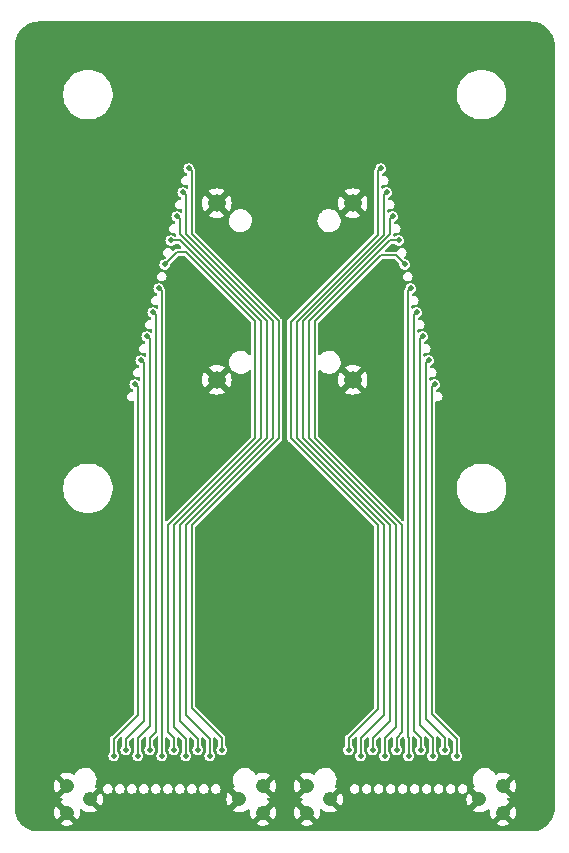
<source format=gbr>
G04 #@! TF.GenerationSoftware,KiCad,Pcbnew,7.0.10*
G04 #@! TF.CreationDate,2024-07-19T13:30:28-04:00*
G04 #@! TF.ProjectId,CanDoIt-v1,43616e44-6f49-4742-9d76-312e6b696361,rev?*
G04 #@! TF.SameCoordinates,Original*
G04 #@! TF.FileFunction,Copper,L2,Inr*
G04 #@! TF.FilePolarity,Positive*
%FSLAX46Y46*%
G04 Gerber Fmt 4.6, Leading zero omitted, Abs format (unit mm)*
G04 Created by KiCad (PCBNEW 7.0.10) date 2024-07-19 13:30:28*
%MOMM*%
%LPD*%
G01*
G04 APERTURE LIST*
G04 #@! TA.AperFunction,ComponentPad*
%ADD10C,1.500000*%
G04 #@! TD*
G04 #@! TA.AperFunction,ComponentPad*
%ADD11C,1.208000*%
G04 #@! TD*
G04 #@! TA.AperFunction,ViaPad*
%ADD12C,0.500000*%
G04 #@! TD*
G04 #@! TA.AperFunction,Conductor*
%ADD13C,0.203200*%
G04 #@! TD*
G04 APERTURE END LIST*
D10*
X5750000Y7475000D03*
X5750000Y-7475000D03*
X-5750000Y-7475000D03*
X-5750000Y7475000D03*
D11*
X18460000Y-44120000D03*
X18460000Y-41870000D03*
X16485000Y-43000000D03*
X3835000Y-43000000D03*
X1860000Y-44120000D03*
X1860000Y-41870000D03*
X-1860000Y-44120000D03*
X-1860000Y-41870000D03*
X-3835000Y-43000000D03*
X-16485000Y-43000000D03*
X-18460000Y-44120000D03*
X-18460000Y-41870000D03*
D12*
X-9652000Y4318000D03*
X-8382000Y-39321000D03*
X-10160000Y2286000D03*
X-9398000Y-38813000D03*
X-10668000Y254000D03*
X-10414000Y-39321000D03*
X-11176000Y-1778000D03*
X-11430000Y-38813000D03*
X-11684000Y-3810000D03*
X-12446000Y-39321000D03*
X-12192000Y-5842000D03*
X-13462000Y-38813000D03*
X-12700000Y-7874000D03*
X-14478000Y-39321000D03*
X8128000Y10414000D03*
X5410000Y-38813000D03*
X8636000Y8382000D03*
X6426000Y-39321000D03*
X9144000Y6350000D03*
X7442000Y-38813000D03*
X9652000Y4318000D03*
X8458000Y-39321000D03*
X10160000Y2286000D03*
X9474000Y-38813000D03*
X10668000Y254000D03*
X10490000Y-39321000D03*
X11176000Y-1778000D03*
X11506000Y-38813000D03*
X11684000Y-3810000D03*
X12522000Y-39321000D03*
X-8128000Y10414000D03*
X-5334000Y-38813000D03*
X-8636000Y8382000D03*
X-6350000Y-39321000D03*
X-9144000Y6350000D03*
X-7366000Y-38813000D03*
X12700000Y-7874000D03*
X14554000Y-39321000D03*
X12192000Y-5842000D03*
X13538000Y-38813000D03*
D13*
X-9398000Y-36854500D02*
X-9398000Y-19806894D01*
X-8382000Y-39321000D02*
X-8382000Y-37870500D01*
X-9398000Y-19806894D02*
X-2032000Y-12440894D01*
X-8382000Y-37870500D02*
X-9398000Y-36854500D01*
X-2032000Y-2524682D02*
X-8874682Y4318000D01*
X-8874682Y4318000D02*
X-9652000Y4318000D01*
X-2032000Y-12440894D02*
X-2032000Y-2524682D01*
X-2540000Y-2519576D02*
X-2540000Y-12446000D01*
X-9144000Y3302000D02*
X-8361576Y3302000D01*
X-9398000Y-37846000D02*
X-9398000Y-38813000D01*
X-8361576Y3302000D02*
X-2540000Y-2519576D01*
X-2540000Y-12446000D02*
X-9906000Y-19812000D01*
X-9906000Y-37338000D02*
X-9398000Y-37846000D01*
X-10160000Y2286000D02*
X-9144000Y3302000D01*
X-9906000Y-19812000D02*
X-9906000Y-37338000D01*
X-10414000Y0D02*
X-10668000Y254000D01*
X-10414000Y-39321000D02*
X-10414000Y0D01*
X-10922000Y-2032000D02*
X-10922000Y-37289000D01*
X-11176000Y-1778000D02*
X-10922000Y-2032000D01*
X-10922000Y-37289000D02*
X-11430000Y-37797000D01*
X-11430000Y-37797000D02*
X-11430000Y-38813000D01*
X-12446000Y-39321000D02*
X-12446000Y-37821500D01*
X-11430000Y-4064000D02*
X-11684000Y-3810000D01*
X-12446000Y-37821500D02*
X-11430000Y-36805500D01*
X-11430000Y-36805500D02*
X-11430000Y-4064000D01*
X-11938000Y-6096000D02*
X-12192000Y-5842000D01*
X-13462000Y-38813000D02*
X-13462000Y-37870500D01*
X-13462000Y-37870500D02*
X-11938000Y-36346500D01*
X-11938000Y-36346500D02*
X-11938000Y-6096000D01*
X-14478000Y-37860250D02*
X-14478000Y-39321000D01*
X-12446000Y-8128000D02*
X-12446000Y-35828250D01*
X-12700000Y-7874000D02*
X-12446000Y-8128000D01*
X-12446000Y-35828250D02*
X-14478000Y-37860250D01*
X508000Y-2550212D02*
X508000Y-12425576D01*
X5410000Y-37810553D02*
X5410000Y-38813000D01*
X8128000Y10414000D02*
X7874000Y10160000D01*
X508000Y-12425576D02*
X7874000Y-19791576D01*
X7874000Y10160000D02*
X7874000Y4815788D01*
X7874000Y-19791576D02*
X7874000Y-35346553D01*
X7874000Y-35346553D02*
X5410000Y-37810553D01*
X7874000Y4815788D02*
X508000Y-2550212D01*
X1016000Y-12430682D02*
X8382000Y-19796682D01*
X8382000Y8128000D02*
X8382000Y4820894D01*
X1016000Y-2545106D02*
X1016000Y-12430682D01*
X8382000Y-35890000D02*
X6426000Y-37846000D01*
X6426000Y-37846000D02*
X6426000Y-39321000D01*
X8382000Y-19796682D02*
X8382000Y-35890000D01*
X8636000Y8382000D02*
X8382000Y8128000D01*
X8382000Y4820894D02*
X1016000Y-2545106D01*
X9144000Y6350000D02*
X8890000Y6096000D01*
X1524000Y-12435788D02*
X8890000Y-19801788D01*
X8890000Y6096000D02*
X8890000Y4826000D01*
X1524000Y-2540000D02*
X1524000Y-12435788D01*
X8890000Y4826000D02*
X1524000Y-2540000D01*
X7442000Y-37846000D02*
X7442000Y-38813000D01*
X8890000Y-36398000D02*
X7442000Y-37846000D01*
X8890000Y-19801788D02*
X8890000Y-36398000D01*
X9398000Y-19806894D02*
X9398000Y-36906000D01*
X9652000Y4318000D02*
X8884894Y4318000D01*
X2032000Y-12440894D02*
X9398000Y-19806894D01*
X9398000Y-36906000D02*
X8458000Y-37846000D01*
X8458000Y-37846000D02*
X8458000Y-39321000D01*
X2032000Y-2534894D02*
X2032000Y-12440894D01*
X8884894Y4318000D02*
X2032000Y-2534894D01*
X8117788Y3048000D02*
X2540000Y-2529788D01*
X9398000Y3048000D02*
X8117788Y3048000D01*
X9474000Y-37770000D02*
X9474000Y-38813000D01*
X2540000Y-2529788D02*
X2540000Y-12446000D01*
X10160000Y2286000D02*
X9398000Y3048000D01*
X2540000Y-12446000D02*
X9906000Y-19812000D01*
X9906000Y-37338000D02*
X9474000Y-37770000D01*
X9906000Y-19812000D02*
X9906000Y-37338000D01*
X10668000Y254000D02*
X10414000Y0D01*
X10414000Y0D02*
X10414000Y-37721000D01*
X10490000Y-37797000D02*
X10490000Y-39321000D01*
X10414000Y-37721000D02*
X10490000Y-37797000D01*
X10922000Y-2032000D02*
X10922000Y-37213000D01*
X11176000Y-1778000D02*
X10922000Y-2032000D01*
X10922000Y-37213000D02*
X11506000Y-37797000D01*
X11506000Y-37797000D02*
X11506000Y-38813000D01*
X11430000Y-36705000D02*
X12522000Y-37797000D01*
X11684000Y-3810000D02*
X11430000Y-4064000D01*
X11430000Y-4064000D02*
X11430000Y-36705000D01*
X12522000Y-37797000D02*
X12522000Y-39321000D01*
X-508000Y-2540000D02*
X-508000Y-12425576D01*
X-508000Y-12425576D02*
X-7874000Y-19791576D01*
X-7874000Y4826000D02*
X-508000Y-2540000D01*
X-8128000Y10414000D02*
X-7874000Y10160000D01*
X-7874000Y10160000D02*
X-7874000Y4826000D01*
X-7874000Y-35306000D02*
X-5334000Y-37846000D01*
X-7874000Y-19791576D02*
X-7874000Y-35306000D01*
X-5334000Y-37846000D02*
X-5334000Y-38813000D01*
X-8382000Y8128000D02*
X-8636000Y8382000D01*
X-8382000Y-19796682D02*
X-1016000Y-12430682D01*
X-8382000Y4831106D02*
X-8382000Y8128000D01*
X-6350000Y-37870500D02*
X-8382000Y-35838500D01*
X-1016000Y-2534894D02*
X-8382000Y4831106D01*
X-8382000Y-35838500D02*
X-8382000Y-19796682D01*
X-1016000Y-12430682D02*
X-1016000Y-2534894D01*
X-6350000Y-39321000D02*
X-6350000Y-37870500D01*
X-8890000Y6096000D02*
X-8890000Y4836212D01*
X-7366000Y-37868065D02*
X-7366000Y-38813000D01*
X-1524000Y-12435788D02*
X-8890000Y-19801788D01*
X-9144000Y6350000D02*
X-8890000Y6096000D01*
X-8890000Y-36344065D02*
X-7366000Y-37868065D01*
X-8890000Y-19801788D02*
X-8890000Y-36344065D01*
X-8890000Y4836212D02*
X-1524000Y-2529788D01*
X-1524000Y-2529788D02*
X-1524000Y-12435788D01*
X12446000Y-8128000D02*
X12446000Y-35814000D01*
X12446000Y-35814000D02*
X14554000Y-37922000D01*
X14554000Y-37922000D02*
X14554000Y-39321000D01*
X12700000Y-7874000D02*
X12446000Y-8128000D01*
X12192000Y-5842000D02*
X11938000Y-6096000D01*
X13538000Y-37797000D02*
X13538000Y-38813000D01*
X11938000Y-6096000D02*
X11938000Y-36197000D01*
X11938000Y-36197000D02*
X13538000Y-37797000D01*
G04 #@! TA.AperFunction,Conductor*
G36*
X20863279Y22859285D02*
G01*
X20866854Y22859050D01*
X20943364Y22854035D01*
X20943960Y22853994D01*
X21123034Y22841186D01*
X21135482Y22839509D01*
X21248536Y22817022D01*
X21250295Y22816656D01*
X21391516Y22785935D01*
X21402468Y22782895D01*
X21518008Y22743675D01*
X21520829Y22742671D01*
X21649911Y22694525D01*
X21659249Y22690493D01*
X21771059Y22635354D01*
X21774776Y22633424D01*
X21893393Y22568655D01*
X21901072Y22564006D01*
X22005802Y22494027D01*
X22010199Y22490915D01*
X22117436Y22410638D01*
X22123478Y22405739D01*
X22218545Y22322368D01*
X22223350Y22317868D01*
X22317868Y22223350D01*
X22322368Y22218545D01*
X22405739Y22123478D01*
X22410638Y22117436D01*
X22490915Y22010199D01*
X22494027Y22005802D01*
X22564006Y21901072D01*
X22568655Y21893393D01*
X22633424Y21774776D01*
X22635354Y21771059D01*
X22690493Y21659249D01*
X22694525Y21649911D01*
X22742671Y21520829D01*
X22743675Y21518008D01*
X22782895Y21402468D01*
X22785935Y21391516D01*
X22816656Y21250295D01*
X22817022Y21248536D01*
X22839509Y21135482D01*
X22841186Y21123034D01*
X22853994Y20943960D01*
X22854035Y20943364D01*
X22859285Y20863281D01*
X22859500Y20856700D01*
X22859500Y-43716700D01*
X22859285Y-43723281D01*
X22854035Y-43803364D01*
X22853994Y-43803960D01*
X22841186Y-43983034D01*
X22839509Y-43995482D01*
X22817022Y-44108536D01*
X22816656Y-44110295D01*
X22785935Y-44251516D01*
X22782895Y-44262468D01*
X22743675Y-44378008D01*
X22742671Y-44380829D01*
X22694525Y-44509911D01*
X22690493Y-44519249D01*
X22635354Y-44631059D01*
X22633424Y-44634776D01*
X22568655Y-44753393D01*
X22564006Y-44761072D01*
X22494027Y-44865802D01*
X22490915Y-44870199D01*
X22410638Y-44977436D01*
X22405739Y-44983478D01*
X22322368Y-45078545D01*
X22317868Y-45083350D01*
X22223350Y-45177868D01*
X22218545Y-45182368D01*
X22123478Y-45265739D01*
X22117436Y-45270638D01*
X22010199Y-45350915D01*
X22005802Y-45354027D01*
X21901072Y-45424006D01*
X21893393Y-45428655D01*
X21774776Y-45493424D01*
X21771059Y-45495354D01*
X21659249Y-45550493D01*
X21649911Y-45554525D01*
X21520829Y-45602671D01*
X21518008Y-45603675D01*
X21402468Y-45642895D01*
X21391516Y-45645935D01*
X21250295Y-45676656D01*
X21248536Y-45677022D01*
X21135482Y-45699509D01*
X21123034Y-45701186D01*
X20943960Y-45713994D01*
X20943364Y-45714035D01*
X20866854Y-45719050D01*
X20863279Y-45719285D01*
X20856700Y-45719500D01*
X-20856700Y-45719500D01*
X-20863279Y-45719285D01*
X-20866854Y-45719050D01*
X-20943364Y-45714035D01*
X-20943960Y-45713994D01*
X-21123034Y-45701186D01*
X-21135482Y-45699509D01*
X-21248536Y-45677022D01*
X-21250295Y-45676656D01*
X-21391516Y-45645935D01*
X-21402468Y-45642895D01*
X-21518008Y-45603675D01*
X-21520829Y-45602671D01*
X-21649911Y-45554525D01*
X-21659248Y-45550493D01*
X-21771057Y-45495355D01*
X-21774776Y-45493424D01*
X-21893400Y-45428650D01*
X-21901077Y-45424002D01*
X-22005791Y-45354035D01*
X-22010188Y-45350923D01*
X-22117436Y-45270638D01*
X-22123479Y-45265739D01*
X-22218551Y-45182363D01*
X-22223356Y-45177863D01*
X-22317863Y-45083356D01*
X-22322363Y-45078551D01*
X-22341135Y-45057146D01*
X-19043592Y-45057146D01*
X-18954205Y-45112492D01*
X-18763418Y-45186404D01*
X-18562302Y-45224000D01*
X-18357697Y-45224000D01*
X-18156581Y-45186404D01*
X-17965798Y-45112494D01*
X-17876406Y-45057146D01*
X-2443592Y-45057146D01*
X-2354205Y-45112492D01*
X-2163418Y-45186404D01*
X-1962302Y-45224000D01*
X-1757697Y-45224000D01*
X-1556581Y-45186404D01*
X-1365798Y-45112494D01*
X-1276406Y-45057146D01*
X1276406Y-45057146D01*
X1365798Y-45112494D01*
X1556581Y-45186404D01*
X1757697Y-45224000D01*
X1962302Y-45224000D01*
X2163418Y-45186404D01*
X2354205Y-45112492D01*
X2443592Y-45057146D01*
X17876405Y-45057146D01*
X17965798Y-45112494D01*
X18156581Y-45186404D01*
X18357697Y-45224000D01*
X18562302Y-45224000D01*
X18763418Y-45186404D01*
X18954205Y-45112492D01*
X19043592Y-45057146D01*
X18460000Y-44473553D01*
X17876405Y-45057146D01*
X2443592Y-45057146D01*
X1860000Y-44473553D01*
X1276406Y-45057146D01*
X-1276406Y-45057146D01*
X-1860000Y-44473553D01*
X-2443592Y-45057146D01*
X-17876406Y-45057146D01*
X-18460000Y-44473553D01*
X-19043592Y-45057146D01*
X-22341135Y-45057146D01*
X-22405739Y-44983479D01*
X-22410638Y-44977436D01*
X-22490923Y-44870188D01*
X-22494035Y-44865791D01*
X-22564002Y-44761077D01*
X-22568650Y-44753400D01*
X-22633424Y-44634776D01*
X-22635355Y-44631057D01*
X-22690493Y-44519248D01*
X-22694525Y-44509911D01*
X-22742671Y-44380829D01*
X-22743675Y-44378008D01*
X-22782895Y-44262468D01*
X-22785935Y-44251516D01*
X-22814545Y-44120000D01*
X-19568729Y-44120000D01*
X-19549852Y-44323724D01*
X-19549852Y-44323725D01*
X-19493859Y-44520520D01*
X-19493858Y-44520522D01*
X-19402658Y-44703674D01*
X-19402657Y-44703677D01*
X-19400322Y-44706767D01*
X-19400321Y-44706767D01*
X-18813553Y-44119999D01*
X-19400320Y-43533231D01*
X-19402659Y-43536327D01*
X-19402663Y-43536334D01*
X-19493858Y-43719477D01*
X-19493859Y-43719479D01*
X-19549852Y-43916274D01*
X-19549852Y-43916275D01*
X-19568729Y-44120000D01*
X-22814545Y-44120000D01*
X-22816656Y-44110295D01*
X-22817022Y-44108536D01*
X-22839509Y-43995482D01*
X-22841186Y-43983034D01*
X-22853994Y-43803960D01*
X-22854035Y-43803364D01*
X-22859285Y-43723281D01*
X-22859500Y-43716700D01*
X-22859500Y-43182853D01*
X-19043593Y-43182853D01*
X-18460000Y-43766447D01*
X-18456447Y-43770000D01*
X-18489005Y-43770000D01*
X-18575216Y-43784386D01*
X-18677947Y-43839981D01*
X-18757060Y-43925921D01*
X-18803982Y-44032892D01*
X-18813628Y-44149302D01*
X-18784953Y-44262538D01*
X-18721064Y-44360327D01*
X-18628885Y-44432072D01*
X-18518405Y-44470000D01*
X-18430995Y-44470000D01*
X-18344784Y-44455614D01*
X-18242053Y-44400019D01*
X-18162940Y-44314079D01*
X-18116018Y-44207108D01*
X-18108619Y-44117826D01*
X-17519678Y-44706767D01*
X-17517335Y-44703665D01*
X-17426143Y-44520527D01*
X-17426140Y-44520520D01*
X-17370147Y-44323725D01*
X-17370147Y-44323724D01*
X-17351270Y-44119999D01*
X-17369395Y-43924388D01*
X-17355720Y-43863736D01*
X-17309006Y-43822706D01*
X-17247097Y-43816970D01*
X-17201449Y-43840763D01*
X-17153160Y-43884785D01*
X-17153156Y-43884788D01*
X-16979201Y-43992494D01*
X-16788418Y-44066404D01*
X-16587302Y-44104000D01*
X-16382697Y-44104000D01*
X-16181581Y-44066404D01*
X-15990798Y-43992494D01*
X-15901406Y-43937146D01*
X-15901405Y-43937145D01*
X-16488551Y-43350000D01*
X-16455995Y-43350000D01*
X-16369784Y-43335614D01*
X-16267053Y-43280019D01*
X-16187940Y-43194079D01*
X-16141018Y-43087108D01*
X-16133800Y-42999999D01*
X-16131446Y-42999999D01*
X-15544678Y-43586767D01*
X-15542335Y-43583665D01*
X-15451143Y-43400527D01*
X-15451140Y-43400520D01*
X-15395147Y-43203725D01*
X-15395147Y-43203724D01*
X-15376270Y-43000000D01*
X-4943729Y-43000000D01*
X-4924852Y-43203724D01*
X-4924852Y-43203725D01*
X-4868859Y-43400520D01*
X-4868858Y-43400522D01*
X-4777658Y-43583674D01*
X-4777657Y-43583677D01*
X-4775322Y-43586767D01*
X-4775321Y-43586767D01*
X-4188553Y-42999999D01*
X-4775320Y-42413231D01*
X-4777659Y-42416327D01*
X-4777663Y-42416334D01*
X-4868858Y-42599477D01*
X-4868859Y-42599479D01*
X-4924852Y-42796274D01*
X-4924852Y-42796275D01*
X-4943729Y-43000000D01*
X-15376270Y-43000000D01*
X-15395147Y-42796275D01*
X-15395147Y-42796274D01*
X-15451140Y-42599479D01*
X-15451141Y-42599477D01*
X-15542342Y-42416323D01*
X-15544677Y-42413231D01*
X-15544678Y-42413231D01*
X-16131446Y-42999999D01*
X-16133800Y-42999999D01*
X-16131372Y-42970698D01*
X-16160047Y-42857462D01*
X-16223936Y-42759673D01*
X-16316115Y-42687928D01*
X-16426595Y-42650000D01*
X-16488553Y-42650000D01*
X-15953555Y-42115002D01*
X-15391492Y-42115002D01*
X-15385946Y-42150019D01*
X-15371646Y-42240304D01*
X-15314050Y-42353342D01*
X-15224342Y-42443050D01*
X-15111304Y-42500646D01*
X-15049138Y-42510492D01*
X-14986003Y-42520492D01*
X-14986000Y-42520492D01*
X-14985997Y-42520492D01*
X-14910817Y-42508584D01*
X-14860696Y-42500646D01*
X-14747658Y-42443050D01*
X-14657950Y-42353342D01*
X-14600354Y-42240304D01*
X-14600353Y-42240301D01*
X-14580508Y-42115002D01*
X-14375492Y-42115002D01*
X-14369946Y-42150019D01*
X-14355646Y-42240304D01*
X-14298050Y-42353342D01*
X-14208342Y-42443050D01*
X-14095304Y-42500646D01*
X-14033138Y-42510492D01*
X-13970003Y-42520492D01*
X-13970000Y-42520492D01*
X-13969997Y-42520492D01*
X-13894817Y-42508584D01*
X-13844696Y-42500646D01*
X-13731658Y-42443050D01*
X-13641950Y-42353342D01*
X-13584354Y-42240304D01*
X-13584353Y-42240301D01*
X-13564508Y-42115002D01*
X-13359492Y-42115002D01*
X-13353946Y-42150019D01*
X-13339646Y-42240304D01*
X-13282050Y-42353342D01*
X-13192342Y-42443050D01*
X-13079304Y-42500646D01*
X-13017138Y-42510492D01*
X-12954003Y-42520492D01*
X-12954000Y-42520492D01*
X-12953997Y-42520492D01*
X-12878817Y-42508584D01*
X-12828696Y-42500646D01*
X-12715658Y-42443050D01*
X-12625950Y-42353342D01*
X-12568354Y-42240304D01*
X-12568353Y-42240301D01*
X-12548508Y-42115002D01*
X-12343492Y-42115002D01*
X-12337946Y-42150019D01*
X-12323646Y-42240304D01*
X-12266050Y-42353342D01*
X-12176342Y-42443050D01*
X-12063304Y-42500646D01*
X-12001138Y-42510492D01*
X-11938003Y-42520492D01*
X-11938000Y-42520492D01*
X-11937997Y-42520492D01*
X-11862817Y-42508584D01*
X-11812696Y-42500646D01*
X-11699658Y-42443050D01*
X-11609950Y-42353342D01*
X-11552354Y-42240304D01*
X-11552353Y-42240301D01*
X-11532508Y-42115002D01*
X-11327492Y-42115002D01*
X-11321946Y-42150019D01*
X-11307646Y-42240304D01*
X-11250050Y-42353342D01*
X-11160342Y-42443050D01*
X-11047304Y-42500646D01*
X-10985138Y-42510492D01*
X-10922003Y-42520492D01*
X-10922000Y-42520492D01*
X-10921997Y-42520492D01*
X-10846817Y-42508584D01*
X-10796696Y-42500646D01*
X-10683658Y-42443050D01*
X-10593950Y-42353342D01*
X-10536354Y-42240304D01*
X-10536353Y-42240301D01*
X-10516508Y-42115002D01*
X-10311492Y-42115002D01*
X-10305946Y-42150019D01*
X-10291646Y-42240304D01*
X-10234050Y-42353342D01*
X-10144342Y-42443050D01*
X-10031304Y-42500646D01*
X-9969138Y-42510492D01*
X-9906003Y-42520492D01*
X-9906000Y-42520492D01*
X-9905997Y-42520492D01*
X-9830817Y-42508584D01*
X-9780696Y-42500646D01*
X-9667658Y-42443050D01*
X-9577950Y-42353342D01*
X-9520354Y-42240304D01*
X-9520353Y-42240301D01*
X-9500508Y-42115002D01*
X-9295492Y-42115002D01*
X-9289946Y-42150019D01*
X-9275646Y-42240304D01*
X-9218050Y-42353342D01*
X-9128342Y-42443050D01*
X-9015304Y-42500646D01*
X-8953138Y-42510492D01*
X-8890003Y-42520492D01*
X-8890000Y-42520492D01*
X-8889997Y-42520492D01*
X-8814817Y-42508584D01*
X-8764696Y-42500646D01*
X-8651658Y-42443050D01*
X-8561950Y-42353342D01*
X-8504354Y-42240304D01*
X-8504353Y-42240301D01*
X-8484508Y-42115002D01*
X-8279492Y-42115002D01*
X-8273946Y-42150019D01*
X-8259646Y-42240304D01*
X-8202050Y-42353342D01*
X-8112342Y-42443050D01*
X-7999304Y-42500646D01*
X-7937138Y-42510492D01*
X-7874003Y-42520492D01*
X-7874000Y-42520492D01*
X-7873997Y-42520492D01*
X-7798817Y-42508584D01*
X-7748696Y-42500646D01*
X-7635658Y-42443050D01*
X-7545950Y-42353342D01*
X-7488354Y-42240304D01*
X-7488353Y-42240301D01*
X-7468508Y-42115002D01*
X-7263492Y-42115002D01*
X-7257946Y-42150019D01*
X-7243646Y-42240304D01*
X-7186050Y-42353342D01*
X-7096342Y-42443050D01*
X-6983304Y-42500646D01*
X-6921138Y-42510492D01*
X-6858003Y-42520492D01*
X-6858000Y-42520492D01*
X-6857997Y-42520492D01*
X-6782817Y-42508584D01*
X-6732696Y-42500646D01*
X-6619658Y-42443050D01*
X-6529950Y-42353342D01*
X-6472354Y-42240304D01*
X-6472353Y-42240301D01*
X-6452508Y-42115002D01*
X-6247492Y-42115002D01*
X-6241946Y-42150019D01*
X-6227646Y-42240304D01*
X-6170050Y-42353342D01*
X-6080342Y-42443050D01*
X-5967304Y-42500646D01*
X-5905138Y-42510492D01*
X-5842003Y-42520492D01*
X-5842000Y-42520492D01*
X-5841997Y-42520492D01*
X-5766817Y-42508584D01*
X-5716696Y-42500646D01*
X-5603658Y-42443050D01*
X-5513950Y-42353342D01*
X-5456354Y-42240304D01*
X-5456353Y-42240301D01*
X-5436508Y-42115002D01*
X-5436508Y-42114997D01*
X-5444767Y-42062853D01*
X-4418593Y-42062853D01*
X-3835000Y-42646447D01*
X-3831447Y-42650000D01*
X-3864005Y-42650000D01*
X-3950216Y-42664386D01*
X-4052947Y-42719981D01*
X-4132060Y-42805921D01*
X-4178982Y-42912892D01*
X-4188628Y-43029302D01*
X-4159953Y-43142538D01*
X-4096064Y-43240327D01*
X-4003885Y-43312072D01*
X-3893405Y-43350000D01*
X-3831446Y-43350000D01*
X-4418592Y-43937146D01*
X-4329205Y-43992492D01*
X-4138418Y-44066404D01*
X-3937302Y-44104000D01*
X-3732697Y-44104000D01*
X-3531581Y-44066404D01*
X-3340798Y-43992494D01*
X-3166843Y-43884788D01*
X-3166839Y-43884785D01*
X-3118549Y-43840762D01*
X-3061907Y-43815124D01*
X-3001013Y-43827675D01*
X-2959126Y-43873622D01*
X-2950604Y-43924388D01*
X-2968729Y-44120000D01*
X-2949852Y-44323724D01*
X-2949852Y-44323725D01*
X-2893859Y-44520520D01*
X-2893858Y-44520522D01*
X-2802658Y-44703674D01*
X-2802657Y-44703677D01*
X-2800322Y-44706767D01*
X-2800321Y-44706767D01*
X-2210987Y-44117433D01*
X-2213628Y-44149302D01*
X-2184953Y-44262538D01*
X-2121064Y-44360327D01*
X-2028885Y-44432072D01*
X-1918405Y-44470000D01*
X-1830995Y-44470000D01*
X-1744784Y-44455614D01*
X-1642053Y-44400019D01*
X-1562940Y-44314079D01*
X-1516018Y-44207108D01*
X-1508800Y-44119999D01*
X-1506446Y-44119999D01*
X-919678Y-44706767D01*
X-917335Y-44703665D01*
X-826143Y-44520527D01*
X-826140Y-44520520D01*
X-770147Y-44323725D01*
X-770147Y-44323724D01*
X-751270Y-44120000D01*
X751270Y-44120000D01*
X770147Y-44323724D01*
X770147Y-44323725D01*
X826140Y-44520520D01*
X826143Y-44520527D01*
X917335Y-44703665D01*
X919678Y-44706767D01*
X1506446Y-44119999D01*
X919678Y-43533231D01*
X919677Y-43533231D01*
X917342Y-43536323D01*
X826141Y-43719477D01*
X826140Y-43719479D01*
X770147Y-43916274D01*
X770147Y-43916275D01*
X751270Y-44120000D01*
X-751270Y-44120000D01*
X-770147Y-43916275D01*
X-770147Y-43916274D01*
X-826140Y-43719479D01*
X-826141Y-43719477D01*
X-917342Y-43536323D01*
X-919677Y-43533231D01*
X-919678Y-43533231D01*
X-1506446Y-44119999D01*
X-1508800Y-44119999D01*
X-1506372Y-44090698D01*
X-1535047Y-43977462D01*
X-1598936Y-43879673D01*
X-1691115Y-43807928D01*
X-1801595Y-43770000D01*
X-1863553Y-43770000D01*
X-1860000Y-43766447D01*
X-1276406Y-43182853D01*
X-1276406Y-43182852D01*
X-1365790Y-43127509D01*
X-1365798Y-43127505D01*
X-1465689Y-43088807D01*
X-1513887Y-43049530D01*
X-1529793Y-42989425D01*
X-1507333Y-42931450D01*
X-1465689Y-42901193D01*
X-1365798Y-42862494D01*
X-1276406Y-42807146D01*
X-1276405Y-42807145D01*
X1276405Y-42807145D01*
X1276406Y-42807146D01*
X1365798Y-42862494D01*
X1465689Y-42901193D01*
X1513887Y-42940470D01*
X1529793Y-43000575D01*
X1507333Y-43058550D01*
X1465689Y-43088807D01*
X1365798Y-43127505D01*
X1365790Y-43127509D01*
X1276406Y-43182852D01*
X1276406Y-43182853D01*
X1860000Y-43766447D01*
X1863553Y-43770000D01*
X1830995Y-43770000D01*
X1744784Y-43784386D01*
X1642053Y-43839981D01*
X1562940Y-43925921D01*
X1516018Y-44032892D01*
X1506372Y-44149302D01*
X1535047Y-44262538D01*
X1598936Y-44360327D01*
X1691115Y-44432072D01*
X1801595Y-44470000D01*
X1889005Y-44470000D01*
X1975216Y-44455614D01*
X2077947Y-44400019D01*
X2157060Y-44314079D01*
X2203982Y-44207108D01*
X2211380Y-44117826D01*
X2800321Y-44706767D01*
X2800322Y-44706767D01*
X2802657Y-44703677D01*
X2802658Y-44703674D01*
X2893858Y-44520522D01*
X2893859Y-44520520D01*
X2949852Y-44323725D01*
X2949852Y-44323724D01*
X2968729Y-44120000D01*
X2950604Y-43924388D01*
X2964279Y-43863736D01*
X3010993Y-43822706D01*
X3072902Y-43816970D01*
X3118549Y-43840762D01*
X3166839Y-43884785D01*
X3166843Y-43884788D01*
X3340798Y-43992494D01*
X3531581Y-44066404D01*
X3732697Y-44104000D01*
X3937302Y-44104000D01*
X4138418Y-44066404D01*
X4329205Y-43992492D01*
X4418592Y-43937146D01*
X4418591Y-43937145D01*
X15901405Y-43937145D01*
X15901406Y-43937146D01*
X15990798Y-43992494D01*
X16181581Y-44066404D01*
X16382697Y-44104000D01*
X16587302Y-44104000D01*
X16788418Y-44066404D01*
X16979201Y-43992494D01*
X17153156Y-43884788D01*
X17153160Y-43884785D01*
X17201449Y-43840763D01*
X17258091Y-43815124D01*
X17318985Y-43827675D01*
X17360872Y-43873621D01*
X17369395Y-43924388D01*
X17351270Y-44119999D01*
X17370147Y-44323724D01*
X17370147Y-44323725D01*
X17426140Y-44520520D01*
X17426143Y-44520527D01*
X17517335Y-44703665D01*
X17519678Y-44706767D01*
X18109012Y-44117433D01*
X18106372Y-44149302D01*
X18135047Y-44262538D01*
X18198936Y-44360327D01*
X18291115Y-44432072D01*
X18401595Y-44470000D01*
X18489005Y-44470000D01*
X18575216Y-44455614D01*
X18677947Y-44400019D01*
X18757060Y-44314079D01*
X18803982Y-44207108D01*
X18811200Y-44119999D01*
X18813553Y-44119999D01*
X19400321Y-44706767D01*
X19400322Y-44706767D01*
X19402657Y-44703677D01*
X19402658Y-44703674D01*
X19493858Y-44520522D01*
X19493859Y-44520520D01*
X19549852Y-44323725D01*
X19549852Y-44323724D01*
X19568729Y-44120000D01*
X19549852Y-43916275D01*
X19549852Y-43916274D01*
X19493859Y-43719479D01*
X19493858Y-43719477D01*
X19402663Y-43536334D01*
X19402659Y-43536327D01*
X19400320Y-43533231D01*
X18813553Y-44119999D01*
X18811200Y-44119999D01*
X18813628Y-44090698D01*
X18784953Y-43977462D01*
X18721064Y-43879673D01*
X18628885Y-43807928D01*
X18518405Y-43770000D01*
X18456447Y-43770000D01*
X18460000Y-43766447D01*
X19043593Y-43182853D01*
X19043592Y-43182852D01*
X18954209Y-43127509D01*
X18954192Y-43127500D01*
X18854309Y-43088805D01*
X18806111Y-43049529D01*
X18790205Y-42989424D01*
X18812665Y-42931448D01*
X18854309Y-42901192D01*
X18954205Y-42862492D01*
X19043592Y-42807146D01*
X18456446Y-42220000D01*
X18489005Y-42220000D01*
X18575216Y-42205614D01*
X18677947Y-42150019D01*
X18757060Y-42064079D01*
X18803982Y-41957108D01*
X18811200Y-41869999D01*
X18813553Y-41869999D01*
X19400321Y-42456767D01*
X19400322Y-42456767D01*
X19402657Y-42453677D01*
X19402658Y-42453674D01*
X19493858Y-42270522D01*
X19493859Y-42270520D01*
X19549852Y-42073725D01*
X19549852Y-42073724D01*
X19568729Y-41870000D01*
X19549852Y-41666275D01*
X19549852Y-41666274D01*
X19493859Y-41469479D01*
X19493858Y-41469477D01*
X19402663Y-41286334D01*
X19402659Y-41286327D01*
X19400320Y-41283231D01*
X18813553Y-41869999D01*
X18811200Y-41869999D01*
X18813628Y-41840698D01*
X18784953Y-41727462D01*
X18721064Y-41629673D01*
X18628885Y-41557928D01*
X18518405Y-41520000D01*
X18456447Y-41520000D01*
X18460000Y-41516447D01*
X19043593Y-40932853D01*
X19043592Y-40932852D01*
X18954209Y-40877509D01*
X18954201Y-40877505D01*
X18763418Y-40803595D01*
X18562303Y-40766000D01*
X18357697Y-40766000D01*
X18156581Y-40803595D01*
X17965798Y-40877505D01*
X17965792Y-40877508D01*
X17919661Y-40906070D01*
X17859272Y-40920862D01*
X17801722Y-40897333D01*
X17781331Y-40873751D01*
X17685380Y-40719811D01*
X17548691Y-40576014D01*
X17385854Y-40462676D01*
X17385852Y-40462675D01*
X17385849Y-40462673D01*
X17203540Y-40384439D01*
X17203538Y-40384438D01*
X17203535Y-40384437D01*
X17203532Y-40384436D01*
X17203531Y-40384436D01*
X17082389Y-40359541D01*
X17009199Y-40344500D01*
X16860527Y-40344500D01*
X16860526Y-40344500D01*
X16712620Y-40359540D01*
X16712615Y-40359541D01*
X16523323Y-40418932D01*
X16349853Y-40515216D01*
X16349852Y-40515217D01*
X16199319Y-40644445D01*
X16077879Y-40801331D01*
X15990505Y-40979455D01*
X15990504Y-40979457D01*
X15940775Y-41171523D01*
X15940775Y-41171524D01*
X15930728Y-41369660D01*
X15930728Y-41369663D01*
X15960770Y-41565773D01*
X16029675Y-41751820D01*
X16051571Y-41786949D01*
X16086207Y-41842518D01*
X16101180Y-41902862D01*
X16077824Y-41960483D01*
X16037176Y-41989537D01*
X15990801Y-42007503D01*
X15990790Y-42007509D01*
X15901406Y-42062852D01*
X15901406Y-42062853D01*
X16488553Y-42650000D01*
X16455995Y-42650000D01*
X16369784Y-42664386D01*
X16267053Y-42719981D01*
X16187940Y-42805921D01*
X16141018Y-42912892D01*
X16131372Y-43029302D01*
X16160047Y-43142538D01*
X16223936Y-43240327D01*
X16316115Y-43312072D01*
X16426595Y-43350000D01*
X16488551Y-43350000D01*
X15901405Y-43937145D01*
X4418591Y-43937145D01*
X3831446Y-43350000D01*
X3864005Y-43350000D01*
X3950216Y-43335614D01*
X4052947Y-43280019D01*
X4132060Y-43194079D01*
X4178982Y-43087108D01*
X4186200Y-42999999D01*
X4188553Y-42999999D01*
X4775321Y-43586767D01*
X4775322Y-43586767D01*
X4777657Y-43583677D01*
X4777658Y-43583674D01*
X4868858Y-43400522D01*
X4868859Y-43400520D01*
X4924852Y-43203725D01*
X4924852Y-43203724D01*
X4943729Y-43000000D01*
X4924852Y-42796275D01*
X4924852Y-42796274D01*
X4868859Y-42599479D01*
X4868858Y-42599477D01*
X4777663Y-42416334D01*
X4777659Y-42416327D01*
X4775320Y-42413231D01*
X4188553Y-42999999D01*
X4186200Y-42999999D01*
X4188628Y-42970698D01*
X4159953Y-42857462D01*
X4096064Y-42759673D01*
X4003885Y-42687928D01*
X3893405Y-42650000D01*
X3831447Y-42650000D01*
X3835000Y-42646447D01*
X4366444Y-42115002D01*
X5512508Y-42115002D01*
X5532353Y-42240301D01*
X5532354Y-42240304D01*
X5589950Y-42353342D01*
X5679658Y-42443050D01*
X5792696Y-42500646D01*
X5842817Y-42508584D01*
X5917997Y-42520492D01*
X5918000Y-42520492D01*
X5918003Y-42520492D01*
X5981138Y-42510492D01*
X6043304Y-42500646D01*
X6156342Y-42443050D01*
X6246050Y-42353342D01*
X6303646Y-42240304D01*
X6317946Y-42150019D01*
X6323492Y-42115002D01*
X6528508Y-42115002D01*
X6548353Y-42240301D01*
X6548354Y-42240304D01*
X6605950Y-42353342D01*
X6695658Y-42443050D01*
X6808696Y-42500646D01*
X6858817Y-42508584D01*
X6933997Y-42520492D01*
X6934000Y-42520492D01*
X6934003Y-42520492D01*
X6997138Y-42510492D01*
X7059304Y-42500646D01*
X7172342Y-42443050D01*
X7262050Y-42353342D01*
X7319646Y-42240304D01*
X7333946Y-42150019D01*
X7339492Y-42115002D01*
X7544508Y-42115002D01*
X7564353Y-42240301D01*
X7564354Y-42240304D01*
X7621950Y-42353342D01*
X7711658Y-42443050D01*
X7824696Y-42500646D01*
X7874817Y-42508584D01*
X7949997Y-42520492D01*
X7950000Y-42520492D01*
X7950003Y-42520492D01*
X8013138Y-42510492D01*
X8075304Y-42500646D01*
X8188342Y-42443050D01*
X8278050Y-42353342D01*
X8335646Y-42240304D01*
X8349946Y-42150019D01*
X8355492Y-42115002D01*
X8560508Y-42115002D01*
X8580353Y-42240301D01*
X8580354Y-42240304D01*
X8637950Y-42353342D01*
X8727658Y-42443050D01*
X8840696Y-42500646D01*
X8890817Y-42508584D01*
X8965997Y-42520492D01*
X8966000Y-42520492D01*
X8966003Y-42520492D01*
X9029138Y-42510492D01*
X9091304Y-42500646D01*
X9204342Y-42443050D01*
X9294050Y-42353342D01*
X9351646Y-42240304D01*
X9365946Y-42150019D01*
X9371492Y-42115002D01*
X9576508Y-42115002D01*
X9596353Y-42240301D01*
X9596354Y-42240304D01*
X9653950Y-42353342D01*
X9743658Y-42443050D01*
X9856696Y-42500646D01*
X9906817Y-42508584D01*
X9981997Y-42520492D01*
X9982000Y-42520492D01*
X9982003Y-42520492D01*
X10045138Y-42510492D01*
X10107304Y-42500646D01*
X10220342Y-42443050D01*
X10310050Y-42353342D01*
X10367646Y-42240304D01*
X10381946Y-42150019D01*
X10387492Y-42115002D01*
X10592508Y-42115002D01*
X10612353Y-42240301D01*
X10612354Y-42240304D01*
X10669950Y-42353342D01*
X10759658Y-42443050D01*
X10872696Y-42500646D01*
X10922817Y-42508584D01*
X10997997Y-42520492D01*
X10998000Y-42520492D01*
X10998003Y-42520492D01*
X11061138Y-42510492D01*
X11123304Y-42500646D01*
X11236342Y-42443050D01*
X11326050Y-42353342D01*
X11383646Y-42240304D01*
X11397946Y-42150019D01*
X11403492Y-42115002D01*
X11608508Y-42115002D01*
X11628353Y-42240301D01*
X11628354Y-42240304D01*
X11685950Y-42353342D01*
X11775658Y-42443050D01*
X11888696Y-42500646D01*
X11938817Y-42508584D01*
X12013997Y-42520492D01*
X12014000Y-42520492D01*
X12014003Y-42520492D01*
X12077138Y-42510492D01*
X12139304Y-42500646D01*
X12252342Y-42443050D01*
X12342050Y-42353342D01*
X12399646Y-42240304D01*
X12413946Y-42150019D01*
X12419492Y-42115002D01*
X12624508Y-42115002D01*
X12644353Y-42240301D01*
X12644354Y-42240304D01*
X12701950Y-42353342D01*
X12791658Y-42443050D01*
X12904696Y-42500646D01*
X12954817Y-42508584D01*
X13029997Y-42520492D01*
X13030000Y-42520492D01*
X13030003Y-42520492D01*
X13093138Y-42510492D01*
X13155304Y-42500646D01*
X13268342Y-42443050D01*
X13358050Y-42353342D01*
X13415646Y-42240304D01*
X13429946Y-42150019D01*
X13435492Y-42115002D01*
X13640508Y-42115002D01*
X13660353Y-42240301D01*
X13660354Y-42240304D01*
X13717950Y-42353342D01*
X13807658Y-42443050D01*
X13920696Y-42500646D01*
X13970817Y-42508584D01*
X14045997Y-42520492D01*
X14046000Y-42520492D01*
X14046003Y-42520492D01*
X14109138Y-42510492D01*
X14171304Y-42500646D01*
X14284342Y-42443050D01*
X14374050Y-42353342D01*
X14431646Y-42240304D01*
X14445946Y-42150019D01*
X14451492Y-42115002D01*
X14656508Y-42115002D01*
X14676353Y-42240301D01*
X14676354Y-42240304D01*
X14733950Y-42353342D01*
X14823658Y-42443050D01*
X14936696Y-42500646D01*
X14986817Y-42508584D01*
X15061997Y-42520492D01*
X15062000Y-42520492D01*
X15062003Y-42520492D01*
X15125138Y-42510492D01*
X15187304Y-42500646D01*
X15300342Y-42443050D01*
X15319770Y-42423621D01*
X15375165Y-42395396D01*
X15436574Y-42405121D01*
X15480538Y-42449084D01*
X15490266Y-42510492D01*
X15480957Y-42539598D01*
X15451143Y-42599472D01*
X15451140Y-42599479D01*
X15395147Y-42796274D01*
X15395147Y-42796275D01*
X15376270Y-43000000D01*
X15395147Y-43203724D01*
X15395147Y-43203725D01*
X15451140Y-43400520D01*
X15451143Y-43400527D01*
X15542335Y-43583665D01*
X15544678Y-43586767D01*
X16131446Y-42999999D01*
X15544677Y-42413230D01*
X15530028Y-42414248D01*
X15469708Y-42399179D01*
X15429766Y-42351531D01*
X15425458Y-42289507D01*
X15433423Y-42268218D01*
X15447646Y-42240304D01*
X15447646Y-42240301D01*
X15450693Y-42221067D01*
X15461946Y-42150019D01*
X15467492Y-42115002D01*
X15467492Y-42114997D01*
X15450467Y-42007509D01*
X15447646Y-41989696D01*
X15390050Y-41876658D01*
X15300342Y-41786950D01*
X15300341Y-41786949D01*
X15187304Y-41729354D01*
X15187301Y-41729353D01*
X15062003Y-41709508D01*
X15061997Y-41709508D01*
X14936698Y-41729353D01*
X14936695Y-41729354D01*
X14823658Y-41786949D01*
X14733949Y-41876658D01*
X14676354Y-41989695D01*
X14676353Y-41989698D01*
X14656508Y-42114997D01*
X14656508Y-42115002D01*
X14451492Y-42115002D01*
X14451492Y-42114997D01*
X14434467Y-42007509D01*
X14431646Y-41989696D01*
X14374050Y-41876658D01*
X14284342Y-41786950D01*
X14284341Y-41786949D01*
X14171304Y-41729354D01*
X14171301Y-41729353D01*
X14046003Y-41709508D01*
X14045997Y-41709508D01*
X13920698Y-41729353D01*
X13920695Y-41729354D01*
X13807658Y-41786949D01*
X13717949Y-41876658D01*
X13660354Y-41989695D01*
X13660353Y-41989698D01*
X13640508Y-42114997D01*
X13640508Y-42115002D01*
X13435492Y-42115002D01*
X13435492Y-42114997D01*
X13418467Y-42007509D01*
X13415646Y-41989696D01*
X13358050Y-41876658D01*
X13268342Y-41786950D01*
X13268341Y-41786949D01*
X13155304Y-41729354D01*
X13155301Y-41729353D01*
X13030003Y-41709508D01*
X13029997Y-41709508D01*
X12904698Y-41729353D01*
X12904695Y-41729354D01*
X12791658Y-41786949D01*
X12701949Y-41876658D01*
X12644354Y-41989695D01*
X12644353Y-41989698D01*
X12624508Y-42114997D01*
X12624508Y-42115002D01*
X12419492Y-42115002D01*
X12419492Y-42114997D01*
X12402467Y-42007509D01*
X12399646Y-41989696D01*
X12342050Y-41876658D01*
X12252342Y-41786950D01*
X12252341Y-41786949D01*
X12139304Y-41729354D01*
X12139301Y-41729353D01*
X12014003Y-41709508D01*
X12013997Y-41709508D01*
X11888698Y-41729353D01*
X11888695Y-41729354D01*
X11775658Y-41786949D01*
X11685949Y-41876658D01*
X11628354Y-41989695D01*
X11628353Y-41989698D01*
X11608508Y-42114997D01*
X11608508Y-42115002D01*
X11403492Y-42115002D01*
X11403492Y-42114997D01*
X11386467Y-42007509D01*
X11383646Y-41989696D01*
X11326050Y-41876658D01*
X11236342Y-41786950D01*
X11236341Y-41786949D01*
X11123304Y-41729354D01*
X11123301Y-41729353D01*
X10998003Y-41709508D01*
X10997997Y-41709508D01*
X10872698Y-41729353D01*
X10872695Y-41729354D01*
X10759658Y-41786949D01*
X10669949Y-41876658D01*
X10612354Y-41989695D01*
X10612353Y-41989698D01*
X10592508Y-42114997D01*
X10592508Y-42115002D01*
X10387492Y-42115002D01*
X10387492Y-42114997D01*
X10370467Y-42007509D01*
X10367646Y-41989696D01*
X10310050Y-41876658D01*
X10220342Y-41786950D01*
X10220341Y-41786949D01*
X10107304Y-41729354D01*
X10107301Y-41729353D01*
X9982003Y-41709508D01*
X9981997Y-41709508D01*
X9856698Y-41729353D01*
X9856695Y-41729354D01*
X9743658Y-41786949D01*
X9653949Y-41876658D01*
X9596354Y-41989695D01*
X9596353Y-41989698D01*
X9576508Y-42114997D01*
X9576508Y-42115002D01*
X9371492Y-42115002D01*
X9371492Y-42114997D01*
X9354467Y-42007509D01*
X9351646Y-41989696D01*
X9294050Y-41876658D01*
X9204342Y-41786950D01*
X9204341Y-41786949D01*
X9091304Y-41729354D01*
X9091301Y-41729353D01*
X8966003Y-41709508D01*
X8965997Y-41709508D01*
X8840698Y-41729353D01*
X8840695Y-41729354D01*
X8727658Y-41786949D01*
X8637949Y-41876658D01*
X8580354Y-41989695D01*
X8580353Y-41989698D01*
X8560508Y-42114997D01*
X8560508Y-42115002D01*
X8355492Y-42115002D01*
X8355492Y-42114997D01*
X8338467Y-42007509D01*
X8335646Y-41989696D01*
X8278050Y-41876658D01*
X8188342Y-41786950D01*
X8188341Y-41786949D01*
X8075304Y-41729354D01*
X8075301Y-41729353D01*
X7950003Y-41709508D01*
X7949997Y-41709508D01*
X7824698Y-41729353D01*
X7824695Y-41729354D01*
X7711658Y-41786949D01*
X7621949Y-41876658D01*
X7564354Y-41989695D01*
X7564353Y-41989698D01*
X7544508Y-42114997D01*
X7544508Y-42115002D01*
X7339492Y-42115002D01*
X7339492Y-42114997D01*
X7322467Y-42007509D01*
X7319646Y-41989696D01*
X7262050Y-41876658D01*
X7172342Y-41786950D01*
X7172341Y-41786949D01*
X7059304Y-41729354D01*
X7059301Y-41729353D01*
X6934003Y-41709508D01*
X6933997Y-41709508D01*
X6808698Y-41729353D01*
X6808695Y-41729354D01*
X6695658Y-41786949D01*
X6605949Y-41876658D01*
X6548354Y-41989695D01*
X6548353Y-41989698D01*
X6528508Y-42114997D01*
X6528508Y-42115002D01*
X6323492Y-42115002D01*
X6323492Y-42114997D01*
X6306467Y-42007509D01*
X6303646Y-41989696D01*
X6246050Y-41876658D01*
X6156342Y-41786950D01*
X6156341Y-41786949D01*
X6043304Y-41729354D01*
X6043301Y-41729353D01*
X5918003Y-41709508D01*
X5917997Y-41709508D01*
X5792698Y-41729353D01*
X5792695Y-41729354D01*
X5679658Y-41786949D01*
X5589949Y-41876658D01*
X5532354Y-41989695D01*
X5532353Y-41989698D01*
X5512508Y-42114997D01*
X5512508Y-42115002D01*
X4366444Y-42115002D01*
X4418593Y-42062853D01*
X4418592Y-42062852D01*
X4329209Y-42007509D01*
X4329201Y-42007505D01*
X4287441Y-41991327D01*
X4239243Y-41952050D01*
X4223337Y-41891945D01*
X4241196Y-41844108D01*
X4239420Y-41843002D01*
X4242119Y-41838670D01*
X4242119Y-41838669D01*
X4242122Y-41838666D01*
X4329495Y-41660544D01*
X4379224Y-41468480D01*
X4389272Y-41270337D01*
X4359230Y-41074227D01*
X4290325Y-40888180D01*
X4185380Y-40719811D01*
X4048691Y-40576014D01*
X3885854Y-40462676D01*
X3885852Y-40462675D01*
X3885849Y-40462673D01*
X3703540Y-40384439D01*
X3703538Y-40384438D01*
X3703535Y-40384437D01*
X3703532Y-40384436D01*
X3703531Y-40384436D01*
X3582389Y-40359541D01*
X3509199Y-40344500D01*
X3360527Y-40344500D01*
X3360526Y-40344500D01*
X3212620Y-40359540D01*
X3212615Y-40359541D01*
X3023323Y-40418932D01*
X2849853Y-40515216D01*
X2849852Y-40515217D01*
X2699319Y-40644445D01*
X2577878Y-40801332D01*
X2577877Y-40801333D01*
X2545999Y-40866321D01*
X2502708Y-40910947D01*
X2441454Y-40921605D01*
X2402723Y-40907548D01*
X2354201Y-40877505D01*
X2163418Y-40803595D01*
X1962303Y-40766000D01*
X1757697Y-40766000D01*
X1556581Y-40803595D01*
X1365798Y-40877505D01*
X1365790Y-40877509D01*
X1276406Y-40932852D01*
X1276406Y-40932853D01*
X1863553Y-41520000D01*
X1830995Y-41520000D01*
X1744784Y-41534386D01*
X1642053Y-41589981D01*
X1562940Y-41675921D01*
X1516018Y-41782892D01*
X1506372Y-41899302D01*
X1535047Y-42012538D01*
X1598936Y-42110327D01*
X1691115Y-42182072D01*
X1801595Y-42220000D01*
X1863551Y-42220000D01*
X1276405Y-42807145D01*
X-1276405Y-42807145D01*
X-1863551Y-42220000D01*
X-1830995Y-42220000D01*
X-1744784Y-42205614D01*
X-1642053Y-42150019D01*
X-1562940Y-42064079D01*
X-1516018Y-41957108D01*
X-1508800Y-41869999D01*
X-1506446Y-41869999D01*
X-919678Y-42456767D01*
X-917335Y-42453665D01*
X-826143Y-42270527D01*
X-826140Y-42270520D01*
X-770147Y-42073725D01*
X-770147Y-42073724D01*
X-751270Y-41870000D01*
X751270Y-41870000D01*
X770147Y-42073724D01*
X770147Y-42073725D01*
X826140Y-42270520D01*
X826143Y-42270527D01*
X917335Y-42453665D01*
X919678Y-42456767D01*
X1506446Y-41869999D01*
X919678Y-41283231D01*
X919677Y-41283231D01*
X917342Y-41286323D01*
X826141Y-41469477D01*
X826140Y-41469479D01*
X770147Y-41666274D01*
X770147Y-41666275D01*
X751270Y-41870000D01*
X-751270Y-41870000D01*
X-770147Y-41666275D01*
X-770147Y-41666274D01*
X-826140Y-41469479D01*
X-826141Y-41469477D01*
X-917342Y-41286323D01*
X-919677Y-41283231D01*
X-919678Y-41283231D01*
X-1506446Y-41869999D01*
X-1508800Y-41869999D01*
X-1506372Y-41840698D01*
X-1535047Y-41727462D01*
X-1598936Y-41629673D01*
X-1691115Y-41557928D01*
X-1801595Y-41520000D01*
X-1863553Y-41520000D01*
X-1276406Y-40932853D01*
X-1276406Y-40932852D01*
X-1365790Y-40877509D01*
X-1365798Y-40877505D01*
X-1556581Y-40803595D01*
X-1757697Y-40766000D01*
X-1962303Y-40766000D01*
X-2163418Y-40803595D01*
X-2354201Y-40877505D01*
X-2354209Y-40877509D01*
X-2400336Y-40906069D01*
X-2460724Y-40920862D01*
X-2518275Y-40897334D01*
X-2538667Y-40873751D01*
X-2634617Y-40719814D01*
X-2634620Y-40719811D01*
X-2771306Y-40576016D01*
X-2934150Y-40462673D01*
X-3116459Y-40384439D01*
X-3116468Y-40384436D01*
X-3242996Y-40358434D01*
X-3310801Y-40344500D01*
X-3459473Y-40344500D01*
X-3459474Y-40344500D01*
X-3607379Y-40359540D01*
X-3607384Y-40359541D01*
X-3796676Y-40418932D01*
X-3970146Y-40515216D01*
X-3970147Y-40515217D01*
X-4120680Y-40644445D01*
X-4214771Y-40766000D01*
X-4242122Y-40801334D01*
X-4329495Y-40979456D01*
X-4379224Y-41171520D01*
X-4389272Y-41369663D01*
X-4359230Y-41565773D01*
X-4290325Y-41751820D01*
X-4233790Y-41842520D01*
X-4218818Y-41902861D01*
X-4242173Y-41960481D01*
X-4282823Y-41989537D01*
X-4329195Y-42007502D01*
X-4329209Y-42007509D01*
X-4418592Y-42062852D01*
X-4418593Y-42062853D01*
X-5444767Y-42062853D01*
X-5456353Y-41989698D01*
X-5456354Y-41989695D01*
X-5513949Y-41876658D01*
X-5603658Y-41786949D01*
X-5716695Y-41729354D01*
X-5716698Y-41729353D01*
X-5841997Y-41709508D01*
X-5842003Y-41709508D01*
X-5967301Y-41729353D01*
X-5967304Y-41729354D01*
X-6080341Y-41786949D01*
X-6080342Y-41786950D01*
X-6170050Y-41876658D01*
X-6227646Y-41989696D01*
X-6230467Y-42007509D01*
X-6247492Y-42114997D01*
X-6247492Y-42115002D01*
X-6452508Y-42115002D01*
X-6452508Y-42114997D01*
X-6472353Y-41989698D01*
X-6472354Y-41989695D01*
X-6529949Y-41876658D01*
X-6619658Y-41786949D01*
X-6732695Y-41729354D01*
X-6732698Y-41729353D01*
X-6857997Y-41709508D01*
X-6858003Y-41709508D01*
X-6983301Y-41729353D01*
X-6983304Y-41729354D01*
X-7096341Y-41786949D01*
X-7096342Y-41786950D01*
X-7186050Y-41876658D01*
X-7243646Y-41989696D01*
X-7246467Y-42007509D01*
X-7263492Y-42114997D01*
X-7263492Y-42115002D01*
X-7468508Y-42115002D01*
X-7468508Y-42114997D01*
X-7488353Y-41989698D01*
X-7488354Y-41989695D01*
X-7545949Y-41876658D01*
X-7635658Y-41786949D01*
X-7748695Y-41729354D01*
X-7748698Y-41729353D01*
X-7873997Y-41709508D01*
X-7874003Y-41709508D01*
X-7999301Y-41729353D01*
X-7999304Y-41729354D01*
X-8112341Y-41786949D01*
X-8112342Y-41786950D01*
X-8202050Y-41876658D01*
X-8259646Y-41989696D01*
X-8262467Y-42007509D01*
X-8279492Y-42114997D01*
X-8279492Y-42115002D01*
X-8484508Y-42115002D01*
X-8484508Y-42114997D01*
X-8504353Y-41989698D01*
X-8504354Y-41989695D01*
X-8561949Y-41876658D01*
X-8651658Y-41786949D01*
X-8764695Y-41729354D01*
X-8764698Y-41729353D01*
X-8889997Y-41709508D01*
X-8890003Y-41709508D01*
X-9015301Y-41729353D01*
X-9015304Y-41729354D01*
X-9128341Y-41786949D01*
X-9128342Y-41786950D01*
X-9218050Y-41876658D01*
X-9275646Y-41989696D01*
X-9278467Y-42007509D01*
X-9295492Y-42114997D01*
X-9295492Y-42115002D01*
X-9500508Y-42115002D01*
X-9500508Y-42114997D01*
X-9520353Y-41989698D01*
X-9520354Y-41989695D01*
X-9577949Y-41876658D01*
X-9667658Y-41786949D01*
X-9780695Y-41729354D01*
X-9780698Y-41729353D01*
X-9905997Y-41709508D01*
X-9906003Y-41709508D01*
X-10031301Y-41729353D01*
X-10031304Y-41729354D01*
X-10144341Y-41786949D01*
X-10144342Y-41786950D01*
X-10234050Y-41876658D01*
X-10291646Y-41989696D01*
X-10294467Y-42007509D01*
X-10311492Y-42114997D01*
X-10311492Y-42115002D01*
X-10516508Y-42115002D01*
X-10516508Y-42114997D01*
X-10536353Y-41989698D01*
X-10536354Y-41989695D01*
X-10593949Y-41876658D01*
X-10683658Y-41786949D01*
X-10796695Y-41729354D01*
X-10796698Y-41729353D01*
X-10921997Y-41709508D01*
X-10922003Y-41709508D01*
X-11047301Y-41729353D01*
X-11047304Y-41729354D01*
X-11160341Y-41786949D01*
X-11160342Y-41786950D01*
X-11250050Y-41876658D01*
X-11307646Y-41989696D01*
X-11310467Y-42007509D01*
X-11327492Y-42114997D01*
X-11327492Y-42115002D01*
X-11532508Y-42115002D01*
X-11532508Y-42114997D01*
X-11552353Y-41989698D01*
X-11552354Y-41989695D01*
X-11609949Y-41876658D01*
X-11699658Y-41786949D01*
X-11812695Y-41729354D01*
X-11812698Y-41729353D01*
X-11937997Y-41709508D01*
X-11938003Y-41709508D01*
X-12063301Y-41729353D01*
X-12063304Y-41729354D01*
X-12176341Y-41786949D01*
X-12176342Y-41786950D01*
X-12266050Y-41876658D01*
X-12323646Y-41989696D01*
X-12326467Y-42007509D01*
X-12343492Y-42114997D01*
X-12343492Y-42115002D01*
X-12548508Y-42115002D01*
X-12548508Y-42114997D01*
X-12568353Y-41989698D01*
X-12568354Y-41989695D01*
X-12625949Y-41876658D01*
X-12715658Y-41786949D01*
X-12828695Y-41729354D01*
X-12828698Y-41729353D01*
X-12953997Y-41709508D01*
X-12954003Y-41709508D01*
X-13079301Y-41729353D01*
X-13079304Y-41729354D01*
X-13192341Y-41786949D01*
X-13192342Y-41786950D01*
X-13282050Y-41876658D01*
X-13339646Y-41989696D01*
X-13342467Y-42007509D01*
X-13359492Y-42114997D01*
X-13359492Y-42115002D01*
X-13564508Y-42115002D01*
X-13564508Y-42114997D01*
X-13584353Y-41989698D01*
X-13584354Y-41989695D01*
X-13641949Y-41876658D01*
X-13731658Y-41786949D01*
X-13844695Y-41729354D01*
X-13844698Y-41729353D01*
X-13969997Y-41709508D01*
X-13970003Y-41709508D01*
X-14095301Y-41729353D01*
X-14095304Y-41729354D01*
X-14208341Y-41786949D01*
X-14208342Y-41786950D01*
X-14298050Y-41876658D01*
X-14355646Y-41989696D01*
X-14358467Y-42007509D01*
X-14375492Y-42114997D01*
X-14375492Y-42115002D01*
X-14580508Y-42115002D01*
X-14580508Y-42114997D01*
X-14600353Y-41989698D01*
X-14600354Y-41989695D01*
X-14657949Y-41876658D01*
X-14747658Y-41786949D01*
X-14860695Y-41729354D01*
X-14860698Y-41729353D01*
X-14985997Y-41709508D01*
X-14986003Y-41709508D01*
X-15111301Y-41729353D01*
X-15111304Y-41729354D01*
X-15224341Y-41786949D01*
X-15224342Y-41786950D01*
X-15314050Y-41876658D01*
X-15371646Y-41989696D01*
X-15374467Y-42007509D01*
X-15391492Y-42114997D01*
X-15391492Y-42115002D01*
X-15953555Y-42115002D01*
X-15901406Y-42062853D01*
X-15901406Y-42062852D01*
X-15990790Y-42007509D01*
X-15990804Y-42007502D01*
X-16032559Y-41991326D01*
X-16080756Y-41952050D01*
X-16096662Y-41891945D01*
X-16078813Y-41844103D01*
X-16080580Y-41843002D01*
X-16077880Y-41838670D01*
X-15990505Y-41660544D01*
X-15990504Y-41660542D01*
X-15940775Y-41468476D01*
X-15940775Y-41468475D01*
X-15930728Y-41270339D01*
X-15930728Y-41270336D01*
X-15960770Y-41074227D01*
X-15960772Y-41074220D01*
X-16029674Y-40888182D01*
X-16134621Y-40719809D01*
X-16271306Y-40576016D01*
X-16434150Y-40462673D01*
X-16616459Y-40384439D01*
X-16616468Y-40384436D01*
X-16742996Y-40358434D01*
X-16810801Y-40344500D01*
X-16959473Y-40344500D01*
X-16959474Y-40344500D01*
X-17107379Y-40359540D01*
X-17107384Y-40359541D01*
X-17296676Y-40418932D01*
X-17470146Y-40515216D01*
X-17470147Y-40515217D01*
X-17620680Y-40644445D01*
X-17742121Y-40801332D01*
X-17773998Y-40866318D01*
X-17817288Y-40910946D01*
X-17878542Y-40921604D01*
X-17917274Y-40907548D01*
X-17965792Y-40877508D01*
X-17965798Y-40877505D01*
X-18156581Y-40803595D01*
X-18357697Y-40766000D01*
X-18562303Y-40766000D01*
X-18763418Y-40803595D01*
X-18954201Y-40877505D01*
X-18954209Y-40877509D01*
X-19043592Y-40932852D01*
X-19043593Y-40932853D01*
X-18460000Y-41516447D01*
X-18456447Y-41520000D01*
X-18489005Y-41520000D01*
X-18575216Y-41534386D01*
X-18677947Y-41589981D01*
X-18757060Y-41675921D01*
X-18803982Y-41782892D01*
X-18813628Y-41899302D01*
X-18784953Y-42012538D01*
X-18721064Y-42110327D01*
X-18628885Y-42182072D01*
X-18518405Y-42220000D01*
X-18456446Y-42220000D01*
X-19043592Y-42807146D01*
X-18954205Y-42862492D01*
X-18854309Y-42901192D01*
X-18806112Y-42940468D01*
X-18790205Y-43000573D01*
X-18812664Y-43058549D01*
X-18854309Y-43088805D01*
X-18954192Y-43127500D01*
X-18954209Y-43127509D01*
X-19043592Y-43182852D01*
X-19043593Y-43182853D01*
X-22859500Y-43182853D01*
X-22859500Y-41870000D01*
X-19568729Y-41870000D01*
X-19549852Y-42073724D01*
X-19549852Y-42073725D01*
X-19493859Y-42270520D01*
X-19493858Y-42270522D01*
X-19402658Y-42453674D01*
X-19402657Y-42453677D01*
X-19400322Y-42456767D01*
X-19400321Y-42456767D01*
X-18813553Y-41869999D01*
X-19400320Y-41283231D01*
X-19402659Y-41286327D01*
X-19402663Y-41286334D01*
X-19493858Y-41469477D01*
X-19493859Y-41469479D01*
X-19549852Y-41666274D01*
X-19549852Y-41666275D01*
X-19568729Y-41870000D01*
X-22859500Y-41870000D01*
X-22859500Y-39321000D01*
X-14936365Y-39321000D01*
X-14917798Y-39450136D01*
X-14863601Y-39568811D01*
X-14778165Y-39667409D01*
X-14668412Y-39737943D01*
X-14543232Y-39774700D01*
X-14543231Y-39774700D01*
X-14412769Y-39774700D01*
X-14412768Y-39774700D01*
X-14287588Y-39737943D01*
X-14177835Y-39667409D01*
X-14092399Y-39568811D01*
X-14092398Y-39568809D01*
X-14092397Y-39568808D01*
X-14038202Y-39450136D01*
X-14019635Y-39321000D01*
X-14019635Y-39320999D01*
X-14038202Y-39191863D01*
X-14092397Y-39073191D01*
X-14110425Y-39052385D01*
X-14148129Y-39008872D01*
X-14172331Y-38951604D01*
X-14172700Y-38942995D01*
X-14172700Y-38028379D01*
X-14153487Y-37969248D01*
X-14143235Y-37957244D01*
X-13939271Y-37753280D01*
X-13883873Y-37725054D01*
X-13822465Y-37734780D01*
X-13778501Y-37778744D01*
X-13768775Y-37840152D01*
X-13770207Y-37847440D01*
X-13772257Y-37856156D01*
X-13769744Y-37874171D01*
X-13768265Y-37884771D01*
X-13767300Y-37898671D01*
X-13767300Y-38434995D01*
X-13786513Y-38494126D01*
X-13791864Y-38500866D01*
X-13847601Y-38565189D01*
X-13901798Y-38683864D01*
X-13920365Y-38813000D01*
X-13901798Y-38942136D01*
X-13847601Y-39060811D01*
X-13762165Y-39159409D01*
X-13652412Y-39229943D01*
X-13527232Y-39266700D01*
X-13527231Y-39266700D01*
X-13396769Y-39266700D01*
X-13396768Y-39266700D01*
X-13271588Y-39229943D01*
X-13161835Y-39159409D01*
X-13076399Y-39060811D01*
X-13076398Y-39060809D01*
X-13076397Y-39060808D01*
X-13022202Y-38942136D01*
X-13003635Y-38813000D01*
X-13003635Y-38812999D01*
X-13022202Y-38683863D01*
X-13076397Y-38565191D01*
X-13094425Y-38544385D01*
X-13132129Y-38500872D01*
X-13156331Y-38443604D01*
X-13156700Y-38434995D01*
X-13156700Y-38038629D01*
X-13137487Y-37979498D01*
X-13127235Y-37967494D01*
X-12924901Y-37765160D01*
X-12869503Y-37736934D01*
X-12808095Y-37746660D01*
X-12764131Y-37790624D01*
X-12754131Y-37822396D01*
X-12752265Y-37835772D01*
X-12751300Y-37849671D01*
X-12751300Y-38942995D01*
X-12770513Y-39002126D01*
X-12775864Y-39008866D01*
X-12831601Y-39073189D01*
X-12885798Y-39191864D01*
X-12904365Y-39321000D01*
X-12885798Y-39450136D01*
X-12831601Y-39568811D01*
X-12746165Y-39667409D01*
X-12636412Y-39737943D01*
X-12511232Y-39774700D01*
X-12511231Y-39774700D01*
X-12380769Y-39774700D01*
X-12380768Y-39774700D01*
X-12255588Y-39737943D01*
X-12145835Y-39667409D01*
X-12060399Y-39568811D01*
X-12060398Y-39568809D01*
X-12060397Y-39568808D01*
X-12006202Y-39450136D01*
X-11987635Y-39321000D01*
X-11987635Y-39320999D01*
X-12006202Y-39191863D01*
X-12060397Y-39073191D01*
X-12078425Y-39052385D01*
X-12116129Y-39008872D01*
X-12140331Y-38951604D01*
X-12140700Y-38942995D01*
X-12140700Y-37989629D01*
X-12121487Y-37930498D01*
X-12111235Y-37918494D01*
X-11911900Y-37719159D01*
X-11856502Y-37690933D01*
X-11795094Y-37700659D01*
X-11751130Y-37744623D01*
X-11741130Y-37776396D01*
X-11740256Y-37782655D01*
X-11740257Y-37782656D01*
X-11739898Y-37785230D01*
X-11736265Y-37811273D01*
X-11735300Y-37825171D01*
X-11735300Y-38434995D01*
X-11754513Y-38494126D01*
X-11759864Y-38500866D01*
X-11815601Y-38565189D01*
X-11869798Y-38683864D01*
X-11888365Y-38813000D01*
X-11869798Y-38942136D01*
X-11815601Y-39060811D01*
X-11730165Y-39159409D01*
X-11620412Y-39229943D01*
X-11495232Y-39266700D01*
X-11495231Y-39266700D01*
X-11364769Y-39266700D01*
X-11364768Y-39266700D01*
X-11239588Y-39229943D01*
X-11129835Y-39159409D01*
X-11044399Y-39060811D01*
X-11044398Y-39060809D01*
X-11044397Y-39060808D01*
X-10990202Y-38942136D01*
X-10971635Y-38813000D01*
X-10971635Y-38812999D01*
X-10990202Y-38683863D01*
X-11044397Y-38565191D01*
X-11062425Y-38544385D01*
X-11100129Y-38500872D01*
X-11124331Y-38443604D01*
X-11124700Y-38434995D01*
X-11124700Y-37965129D01*
X-11105487Y-37905998D01*
X-11095235Y-37893994D01*
X-10934532Y-37733291D01*
X-10891033Y-37689793D01*
X-10835637Y-37661568D01*
X-10774229Y-37671294D01*
X-10730265Y-37715258D01*
X-10719300Y-37760929D01*
X-10719300Y-38942995D01*
X-10738513Y-39002126D01*
X-10743864Y-39008866D01*
X-10799601Y-39073189D01*
X-10853798Y-39191864D01*
X-10872365Y-39321000D01*
X-10853798Y-39450136D01*
X-10799601Y-39568811D01*
X-10714165Y-39667409D01*
X-10604412Y-39737943D01*
X-10479232Y-39774700D01*
X-10479231Y-39774700D01*
X-10348769Y-39774700D01*
X-10348768Y-39774700D01*
X-10223588Y-39737943D01*
X-10113835Y-39667409D01*
X-10028399Y-39568811D01*
X-10028398Y-39568809D01*
X-10028397Y-39568808D01*
X-9974202Y-39450136D01*
X-9955635Y-39321000D01*
X-9955635Y-39320999D01*
X-9974202Y-39191863D01*
X-10028397Y-39073191D01*
X-10046425Y-39052385D01*
X-10084129Y-39008872D01*
X-10108331Y-38951604D01*
X-10108700Y-38942995D01*
X-10108700Y-37809928D01*
X-10089487Y-37750797D01*
X-10039187Y-37714252D01*
X-9977013Y-37714252D01*
X-9936966Y-37738792D01*
X-9732764Y-37942994D01*
X-9704539Y-37998391D01*
X-9703300Y-38014128D01*
X-9703300Y-38434995D01*
X-9722513Y-38494126D01*
X-9727864Y-38500866D01*
X-9783601Y-38565189D01*
X-9837798Y-38683864D01*
X-9856365Y-38813000D01*
X-9837798Y-38942136D01*
X-9783601Y-39060811D01*
X-9698165Y-39159409D01*
X-9588412Y-39229943D01*
X-9463232Y-39266700D01*
X-9463231Y-39266700D01*
X-9332769Y-39266700D01*
X-9332768Y-39266700D01*
X-9207588Y-39229943D01*
X-9097835Y-39159409D01*
X-9012399Y-39060811D01*
X-9012398Y-39060809D01*
X-9012397Y-39060808D01*
X-8958202Y-38942136D01*
X-8939635Y-38813000D01*
X-8939635Y-38812999D01*
X-8958202Y-38683863D01*
X-9012397Y-38565191D01*
X-9030425Y-38544385D01*
X-9068129Y-38500872D01*
X-9092331Y-38443604D01*
X-9092700Y-38434995D01*
X-9092700Y-37912209D01*
X-9090432Y-37898316D01*
X-9091679Y-37898143D01*
X-9090391Y-37888911D01*
X-9092593Y-37841276D01*
X-9092700Y-37836631D01*
X-9092700Y-37834428D01*
X-9073487Y-37775297D01*
X-9023187Y-37738752D01*
X-8961013Y-37738752D01*
X-8920966Y-37763291D01*
X-8716763Y-37967494D01*
X-8688539Y-38022891D01*
X-8687300Y-38038628D01*
X-8687300Y-38942995D01*
X-8706513Y-39002126D01*
X-8711864Y-39008866D01*
X-8767601Y-39073189D01*
X-8821798Y-39191864D01*
X-8840365Y-39321000D01*
X-8821798Y-39450136D01*
X-8767601Y-39568811D01*
X-8682165Y-39667409D01*
X-8572412Y-39737943D01*
X-8447232Y-39774700D01*
X-8447231Y-39774700D01*
X-8316769Y-39774700D01*
X-8316768Y-39774700D01*
X-8191588Y-39737943D01*
X-8081835Y-39667409D01*
X-7996399Y-39568811D01*
X-7996398Y-39568809D01*
X-7996397Y-39568808D01*
X-7942202Y-39450136D01*
X-7923635Y-39321000D01*
X-7923635Y-39320999D01*
X-7942202Y-39191863D01*
X-7996397Y-39073191D01*
X-8014425Y-39052385D01*
X-8052129Y-39008872D01*
X-8076331Y-38951604D01*
X-8076700Y-38942995D01*
X-8076700Y-37936711D01*
X-8074432Y-37922814D01*
X-8075678Y-37922641D01*
X-8074390Y-37913411D01*
X-8075072Y-37898671D01*
X-8076593Y-37865763D01*
X-8076700Y-37861118D01*
X-8076700Y-37842207D01*
X-8076840Y-37840695D01*
X-8076700Y-37840074D01*
X-8076700Y-37837563D01*
X-8076133Y-37837563D01*
X-8063157Y-37780045D01*
X-8016439Y-37739020D01*
X-7954529Y-37733291D01*
X-7905534Y-37760288D01*
X-7700763Y-37965059D01*
X-7672539Y-38020456D01*
X-7671300Y-38036193D01*
X-7671300Y-38434995D01*
X-7690513Y-38494126D01*
X-7695864Y-38500866D01*
X-7751601Y-38565189D01*
X-7805798Y-38683864D01*
X-7824365Y-38813000D01*
X-7805798Y-38942136D01*
X-7751601Y-39060811D01*
X-7666165Y-39159409D01*
X-7556412Y-39229943D01*
X-7431232Y-39266700D01*
X-7431231Y-39266700D01*
X-7300769Y-39266700D01*
X-7300768Y-39266700D01*
X-7175588Y-39229943D01*
X-7065835Y-39159409D01*
X-6980399Y-39060811D01*
X-6980398Y-39060809D01*
X-6980397Y-39060808D01*
X-6926202Y-38942136D01*
X-6907635Y-38813000D01*
X-6907635Y-38812999D01*
X-6926202Y-38683863D01*
X-6980397Y-38565191D01*
X-6998425Y-38544385D01*
X-7036129Y-38500872D01*
X-7060331Y-38443604D01*
X-7060700Y-38434995D01*
X-7060700Y-37934280D01*
X-7058432Y-37920385D01*
X-7059678Y-37920212D01*
X-7058390Y-37910979D01*
X-7060593Y-37863328D01*
X-7060700Y-37858683D01*
X-7060700Y-37835128D01*
X-7058436Y-37835128D01*
X-7046638Y-37782938D01*
X-6999901Y-37741935D01*
X-6937988Y-37736233D01*
X-6889037Y-37763220D01*
X-6684763Y-37967495D01*
X-6656539Y-38022891D01*
X-6655300Y-38038628D01*
X-6655300Y-38942995D01*
X-6674513Y-39002126D01*
X-6679864Y-39008866D01*
X-6735601Y-39073189D01*
X-6789798Y-39191864D01*
X-6808365Y-39321000D01*
X-6789798Y-39450136D01*
X-6735601Y-39568811D01*
X-6650165Y-39667409D01*
X-6540412Y-39737943D01*
X-6415232Y-39774700D01*
X-6415231Y-39774700D01*
X-6284769Y-39774700D01*
X-6284768Y-39774700D01*
X-6159588Y-39737943D01*
X-6049835Y-39667409D01*
X-5964399Y-39568811D01*
X-5964398Y-39568809D01*
X-5964397Y-39568808D01*
X-5910202Y-39450136D01*
X-5891635Y-39321000D01*
X-5891635Y-39320999D01*
X-5910202Y-39191863D01*
X-5964397Y-39073191D01*
X-5982425Y-39052385D01*
X-6020129Y-39008872D01*
X-6044331Y-38951604D01*
X-6044700Y-38942995D01*
X-6044700Y-37936711D01*
X-6042432Y-37922814D01*
X-6043678Y-37922641D01*
X-6042390Y-37913411D01*
X-6043072Y-37898671D01*
X-6044593Y-37865763D01*
X-6044700Y-37861118D01*
X-6044700Y-37842207D01*
X-6044725Y-37842074D01*
X-6046326Y-37828264D01*
X-6047074Y-37812096D01*
X-6030614Y-37752140D01*
X-5982057Y-37713310D01*
X-5919949Y-37710436D01*
X-5875448Y-37736310D01*
X-5668763Y-37942995D01*
X-5640539Y-37998391D01*
X-5639300Y-38014128D01*
X-5639300Y-38434995D01*
X-5658513Y-38494126D01*
X-5663864Y-38500866D01*
X-5719601Y-38565189D01*
X-5773798Y-38683864D01*
X-5792365Y-38813000D01*
X-5773798Y-38942136D01*
X-5719601Y-39060811D01*
X-5634165Y-39159409D01*
X-5524412Y-39229943D01*
X-5399232Y-39266700D01*
X-5399231Y-39266700D01*
X-5268769Y-39266700D01*
X-5268768Y-39266700D01*
X-5143588Y-39229943D01*
X-5033835Y-39159409D01*
X-4948399Y-39060811D01*
X-4948398Y-39060809D01*
X-4948397Y-39060808D01*
X-4894202Y-38942136D01*
X-4875635Y-38813000D01*
X-4875635Y-38812999D01*
X-4894202Y-38683863D01*
X-4948397Y-38565191D01*
X-4966425Y-38544385D01*
X-5004129Y-38500872D01*
X-5028331Y-38443604D01*
X-5028700Y-38434995D01*
X-5028700Y-37912215D01*
X-5026432Y-37898320D01*
X-5027678Y-37898147D01*
X-5026390Y-37888914D01*
X-5026582Y-37884771D01*
X-5028593Y-37841263D01*
X-5028700Y-37836618D01*
X-5028700Y-37817707D01*
X-5028725Y-37817574D01*
X-5030325Y-37803766D01*
X-5031661Y-37774896D01*
X-5031662Y-37774890D01*
X-5035694Y-37765758D01*
X-5042549Y-37743618D01*
X-5044383Y-37733806D01*
X-5044384Y-37733804D01*
X-5059599Y-37709231D01*
X-5066094Y-37696909D01*
X-5077766Y-37670473D01*
X-5084830Y-37663409D01*
X-5099213Y-37645250D01*
X-5104469Y-37636761D01*
X-5104471Y-37636759D01*
X-5127533Y-37619343D01*
X-5138039Y-37610200D01*
X-7539235Y-35209005D01*
X-7567461Y-35153607D01*
X-7568700Y-35137870D01*
X-7568700Y-19959705D01*
X-7549487Y-19900574D01*
X-7539235Y-19888570D01*
X-338940Y-12688275D01*
X-327507Y-12680056D01*
X-328269Y-12679049D01*
X-320830Y-12673431D01*
X-320829Y-12673431D01*
X-288697Y-12638184D01*
X-285488Y-12634823D01*
X-272113Y-12621448D01*
X-272048Y-12621352D01*
X-263399Y-12610433D01*
X-254891Y-12601100D01*
X-243933Y-12589080D01*
X-240327Y-12579773D01*
X-229514Y-12559261D01*
X-223876Y-12551030D01*
X-223875Y-12551029D01*
X-217258Y-12522896D01*
X-213138Y-12509592D01*
X-202700Y-12482649D01*
X-202700Y-12472662D01*
X-200028Y-12449633D01*
X-197744Y-12439920D01*
X-197744Y-12439916D01*
X-201735Y-12411308D01*
X-202700Y-12397410D01*
X-202700Y-2606211D01*
X-200432Y-2592314D01*
X-201678Y-2592141D01*
X-200390Y-2582911D01*
X-202565Y-2535870D01*
X197743Y-2535870D01*
X201735Y-2564483D01*
X202700Y-2578383D01*
X202700Y-12359364D01*
X200444Y-12373262D01*
X201678Y-12373434D01*
X200390Y-12382665D01*
X202593Y-12430311D01*
X202700Y-12434957D01*
X202700Y-12453872D01*
X202722Y-12453985D01*
X204325Y-12467809D01*
X205660Y-12496680D01*
X205662Y-12496685D01*
X209692Y-12505813D01*
X216550Y-12527958D01*
X218384Y-12537772D01*
X218385Y-12537773D01*
X233599Y-12562345D01*
X240092Y-12574663D01*
X251765Y-12601100D01*
X258823Y-12608158D01*
X273219Y-12626333D01*
X278473Y-12634818D01*
X282930Y-12638184D01*
X301532Y-12652231D01*
X312042Y-12661377D01*
X7539235Y-19888570D01*
X7567461Y-19943968D01*
X7568700Y-19959705D01*
X7568700Y-35178423D01*
X7549487Y-35237554D01*
X7539235Y-35249558D01*
X5240936Y-37547856D01*
X5229528Y-37556098D01*
X5230269Y-37557079D01*
X5222827Y-37562699D01*
X5190696Y-37597944D01*
X5187493Y-37601299D01*
X5174114Y-37614679D01*
X5174112Y-37614682D01*
X5174036Y-37614793D01*
X5165406Y-37625686D01*
X5145935Y-37647046D01*
X5145930Y-37647053D01*
X5142322Y-37656366D01*
X5131517Y-37676864D01*
X5125878Y-37685095D01*
X5125876Y-37685101D01*
X5119257Y-37713237D01*
X5115138Y-37726537D01*
X5104700Y-37753481D01*
X5104700Y-37763461D01*
X5102028Y-37786492D01*
X5099743Y-37796205D01*
X5099743Y-37796211D01*
X5103735Y-37824824D01*
X5104700Y-37838724D01*
X5104700Y-38434995D01*
X5085487Y-38494126D01*
X5080135Y-38500866D01*
X5042425Y-38544385D01*
X5024397Y-38565191D01*
X4970202Y-38683863D01*
X4951635Y-38812999D01*
X4951635Y-38813000D01*
X4970202Y-38942136D01*
X5024397Y-39060808D01*
X5024398Y-39060809D01*
X5024399Y-39060811D01*
X5109835Y-39159409D01*
X5219588Y-39229943D01*
X5344768Y-39266700D01*
X5344769Y-39266700D01*
X5475231Y-39266700D01*
X5475232Y-39266700D01*
X5600412Y-39229943D01*
X5710165Y-39159409D01*
X5795601Y-39060811D01*
X5849798Y-38942136D01*
X5868365Y-38813000D01*
X5849798Y-38683864D01*
X5795601Y-38565189D01*
X5739870Y-38500872D01*
X5715669Y-38443604D01*
X5715300Y-38434995D01*
X5715300Y-37978682D01*
X5734513Y-37919551D01*
X5744765Y-37907547D01*
X5845156Y-37807156D01*
X5950145Y-37702166D01*
X6005540Y-37673942D01*
X6066949Y-37683668D01*
X6110913Y-37727631D01*
X6119145Y-37779608D01*
X6120700Y-37779608D01*
X6120700Y-37798908D01*
X6118028Y-37821939D01*
X6115743Y-37831652D01*
X6115743Y-37831658D01*
X6119735Y-37860271D01*
X6120700Y-37874171D01*
X6120700Y-38942995D01*
X6101487Y-39002126D01*
X6096135Y-39008866D01*
X6058425Y-39052385D01*
X6040397Y-39073191D01*
X5986202Y-39191863D01*
X5967635Y-39320999D01*
X5967635Y-39321000D01*
X5986202Y-39450136D01*
X6040397Y-39568808D01*
X6040398Y-39568809D01*
X6040399Y-39568811D01*
X6125835Y-39667409D01*
X6235588Y-39737943D01*
X6360768Y-39774700D01*
X6360769Y-39774700D01*
X6491231Y-39774700D01*
X6491232Y-39774700D01*
X6616412Y-39737943D01*
X6726165Y-39667409D01*
X6811601Y-39568811D01*
X6865798Y-39450136D01*
X6884365Y-39321000D01*
X6865798Y-39191864D01*
X6811601Y-39073189D01*
X6755870Y-39008872D01*
X6731669Y-38951604D01*
X6731300Y-38942995D01*
X6731300Y-38014128D01*
X6750513Y-37954997D01*
X6760759Y-37942999D01*
X6961577Y-37742181D01*
X7016974Y-37713956D01*
X7078382Y-37723682D01*
X7122346Y-37767646D01*
X7131000Y-37822289D01*
X7132174Y-37822344D01*
X7131910Y-37828036D01*
X7132072Y-37829054D01*
X7131799Y-37830440D01*
X7131743Y-37831658D01*
X7135735Y-37860271D01*
X7136700Y-37874171D01*
X7136700Y-38434995D01*
X7117487Y-38494126D01*
X7112135Y-38500866D01*
X7074425Y-38544385D01*
X7056397Y-38565191D01*
X7002202Y-38683863D01*
X6983635Y-38812999D01*
X6983635Y-38813000D01*
X7002202Y-38942136D01*
X7056397Y-39060808D01*
X7056398Y-39060809D01*
X7056399Y-39060811D01*
X7141835Y-39159409D01*
X7251588Y-39229943D01*
X7376768Y-39266700D01*
X7376769Y-39266700D01*
X7507231Y-39266700D01*
X7507232Y-39266700D01*
X7632412Y-39229943D01*
X7742165Y-39159409D01*
X7827601Y-39060811D01*
X7881798Y-38942136D01*
X7900365Y-38813000D01*
X7881798Y-38683864D01*
X7827601Y-38565189D01*
X7771870Y-38500872D01*
X7747669Y-38443604D01*
X7747300Y-38434995D01*
X7747300Y-38014129D01*
X7766513Y-37954998D01*
X7776765Y-37942994D01*
X7877070Y-37842689D01*
X7977578Y-37742180D01*
X8032973Y-37713956D01*
X8094382Y-37723682D01*
X8138346Y-37767645D01*
X8147000Y-37822289D01*
X8148174Y-37822344D01*
X8147910Y-37828036D01*
X8148072Y-37829054D01*
X8147799Y-37830440D01*
X8147743Y-37831658D01*
X8151735Y-37860271D01*
X8152700Y-37874171D01*
X8152700Y-38942995D01*
X8133487Y-39002126D01*
X8128135Y-39008866D01*
X8090425Y-39052385D01*
X8072397Y-39073191D01*
X8018202Y-39191863D01*
X7999635Y-39320999D01*
X7999635Y-39321000D01*
X8018202Y-39450136D01*
X8072397Y-39568808D01*
X8072398Y-39568809D01*
X8072399Y-39568811D01*
X8157835Y-39667409D01*
X8267588Y-39737943D01*
X8392768Y-39774700D01*
X8392769Y-39774700D01*
X8523231Y-39774700D01*
X8523232Y-39774700D01*
X8648412Y-39737943D01*
X8758165Y-39667409D01*
X8843601Y-39568811D01*
X8897798Y-39450136D01*
X8916365Y-39321000D01*
X8897798Y-39191864D01*
X8843601Y-39073189D01*
X8787870Y-39008872D01*
X8763669Y-38951604D01*
X8763300Y-38942995D01*
X8763300Y-38014128D01*
X8782513Y-37954997D01*
X8792759Y-37942999D01*
X8996966Y-37738792D01*
X9052363Y-37710567D01*
X9113771Y-37720293D01*
X9157735Y-37764257D01*
X9168700Y-37809928D01*
X9168700Y-38434995D01*
X9149487Y-38494126D01*
X9144135Y-38500866D01*
X9106425Y-38544385D01*
X9088397Y-38565191D01*
X9034202Y-38683863D01*
X9015635Y-38812999D01*
X9015635Y-38813000D01*
X9034202Y-38942136D01*
X9088397Y-39060808D01*
X9088398Y-39060809D01*
X9088399Y-39060811D01*
X9173835Y-39159409D01*
X9283588Y-39229943D01*
X9408768Y-39266700D01*
X9408769Y-39266700D01*
X9539231Y-39266700D01*
X9539232Y-39266700D01*
X9664412Y-39229943D01*
X9774165Y-39159409D01*
X9859601Y-39060811D01*
X9913798Y-38942136D01*
X9932365Y-38813000D01*
X9913798Y-38683864D01*
X9859601Y-38565189D01*
X9803870Y-38500872D01*
X9779669Y-38443604D01*
X9779300Y-38434995D01*
X9779300Y-37938129D01*
X9798513Y-37878998D01*
X9808765Y-37866994D01*
X9874522Y-37801237D01*
X9940535Y-37735223D01*
X9995930Y-37706999D01*
X10057339Y-37716725D01*
X10101303Y-37760688D01*
X10109595Y-37783325D01*
X10111660Y-37792106D01*
X10115692Y-37801237D01*
X10122550Y-37823382D01*
X10124384Y-37833196D01*
X10126503Y-37836618D01*
X10139599Y-37857769D01*
X10146092Y-37870087D01*
X10157765Y-37896524D01*
X10163034Y-37904216D01*
X10161113Y-37905531D01*
X10183461Y-37949392D01*
X10184700Y-37965129D01*
X10184700Y-38942995D01*
X10165487Y-39002126D01*
X10160135Y-39008866D01*
X10122425Y-39052385D01*
X10104397Y-39073191D01*
X10050202Y-39191863D01*
X10031635Y-39320999D01*
X10031635Y-39321000D01*
X10050202Y-39450136D01*
X10104397Y-39568808D01*
X10104398Y-39568809D01*
X10104399Y-39568811D01*
X10189835Y-39667409D01*
X10299588Y-39737943D01*
X10424768Y-39774700D01*
X10424769Y-39774700D01*
X10555231Y-39774700D01*
X10555232Y-39774700D01*
X10680412Y-39737943D01*
X10790165Y-39667409D01*
X10875601Y-39568811D01*
X10929798Y-39450136D01*
X10948365Y-39321000D01*
X10929798Y-39191864D01*
X10875601Y-39073189D01*
X10819870Y-39008872D01*
X10795669Y-38951604D01*
X10795300Y-38942995D01*
X10795300Y-37863211D01*
X10797567Y-37849314D01*
X10796322Y-37849141D01*
X10797608Y-37839914D01*
X10797610Y-37839910D01*
X10795407Y-37792254D01*
X10795300Y-37787618D01*
X10795300Y-37764060D01*
X10796726Y-37764060D01*
X10809081Y-37709245D01*
X10855792Y-37668212D01*
X10917700Y-37662471D01*
X10966715Y-37689474D01*
X11171235Y-37893994D01*
X11199461Y-37949392D01*
X11200700Y-37965129D01*
X11200700Y-38434995D01*
X11181487Y-38494126D01*
X11176135Y-38500866D01*
X11138425Y-38544385D01*
X11120397Y-38565191D01*
X11066202Y-38683863D01*
X11047635Y-38812999D01*
X11047635Y-38813000D01*
X11066202Y-38942136D01*
X11120397Y-39060808D01*
X11120398Y-39060809D01*
X11120399Y-39060811D01*
X11205835Y-39159409D01*
X11315588Y-39229943D01*
X11440768Y-39266700D01*
X11440769Y-39266700D01*
X11571231Y-39266700D01*
X11571232Y-39266700D01*
X11696412Y-39229943D01*
X11806165Y-39159409D01*
X11891601Y-39060811D01*
X11945798Y-38942136D01*
X11964365Y-38813000D01*
X11945798Y-38683864D01*
X11891601Y-38565189D01*
X11835870Y-38500872D01*
X11811669Y-38443604D01*
X11811300Y-38434995D01*
X11811300Y-37863212D01*
X11813567Y-37849316D01*
X11812322Y-37849143D01*
X11813608Y-37839914D01*
X11813610Y-37839910D01*
X11811407Y-37792254D01*
X11811300Y-37787609D01*
X11811300Y-37764060D01*
X11812726Y-37764060D01*
X11825081Y-37709245D01*
X11871792Y-37668212D01*
X11933700Y-37662471D01*
X11982715Y-37689474D01*
X12187235Y-37893994D01*
X12215461Y-37949392D01*
X12216700Y-37965129D01*
X12216700Y-38942995D01*
X12197487Y-39002126D01*
X12192135Y-39008866D01*
X12154425Y-39052385D01*
X12136397Y-39073191D01*
X12082202Y-39191863D01*
X12063635Y-39320999D01*
X12063635Y-39321000D01*
X12082202Y-39450136D01*
X12136397Y-39568808D01*
X12136398Y-39568809D01*
X12136399Y-39568811D01*
X12221835Y-39667409D01*
X12331588Y-39737943D01*
X12456768Y-39774700D01*
X12456769Y-39774700D01*
X12587231Y-39774700D01*
X12587232Y-39774700D01*
X12712412Y-39737943D01*
X12822165Y-39667409D01*
X12907601Y-39568811D01*
X12961798Y-39450136D01*
X12980365Y-39321000D01*
X12961798Y-39191864D01*
X12907601Y-39073189D01*
X12851870Y-39008872D01*
X12827669Y-38951604D01*
X12827300Y-38942995D01*
X12827300Y-37863211D01*
X12829567Y-37849314D01*
X12828322Y-37849141D01*
X12829608Y-37839914D01*
X12829610Y-37839910D01*
X12827407Y-37792254D01*
X12827300Y-37787618D01*
X12827300Y-37764060D01*
X12828726Y-37764060D01*
X12841081Y-37709245D01*
X12887792Y-37668212D01*
X12949700Y-37662471D01*
X12998715Y-37689474D01*
X13203235Y-37893994D01*
X13231461Y-37949392D01*
X13232700Y-37965129D01*
X13232700Y-38434995D01*
X13213487Y-38494126D01*
X13208135Y-38500866D01*
X13170425Y-38544385D01*
X13152397Y-38565191D01*
X13098202Y-38683863D01*
X13079635Y-38812999D01*
X13079635Y-38813000D01*
X13098202Y-38942136D01*
X13152397Y-39060808D01*
X13152398Y-39060809D01*
X13152399Y-39060811D01*
X13237835Y-39159409D01*
X13347588Y-39229943D01*
X13472768Y-39266700D01*
X13472769Y-39266700D01*
X13603231Y-39266700D01*
X13603232Y-39266700D01*
X13728412Y-39229943D01*
X13838165Y-39159409D01*
X13923601Y-39060811D01*
X13977798Y-38942136D01*
X13996365Y-38813000D01*
X13977798Y-38683864D01*
X13923601Y-38565189D01*
X13867870Y-38500872D01*
X13843669Y-38443604D01*
X13843300Y-38434995D01*
X13843300Y-37885929D01*
X13862513Y-37826798D01*
X13912813Y-37790253D01*
X13974987Y-37790253D01*
X14015035Y-37814794D01*
X14219235Y-38018994D01*
X14247461Y-38074392D01*
X14248700Y-38090129D01*
X14248700Y-38942995D01*
X14229487Y-39002126D01*
X14224135Y-39008866D01*
X14186425Y-39052385D01*
X14168397Y-39073191D01*
X14114202Y-39191863D01*
X14095635Y-39320999D01*
X14095635Y-39321000D01*
X14114202Y-39450136D01*
X14168397Y-39568808D01*
X14168398Y-39568809D01*
X14168399Y-39568811D01*
X14253835Y-39667409D01*
X14363588Y-39737943D01*
X14488768Y-39774700D01*
X14488769Y-39774700D01*
X14619231Y-39774700D01*
X14619232Y-39774700D01*
X14744412Y-39737943D01*
X14854165Y-39667409D01*
X14939601Y-39568811D01*
X14993798Y-39450136D01*
X15012365Y-39321000D01*
X14993798Y-39191864D01*
X14939601Y-39073189D01*
X14883870Y-39008872D01*
X14859669Y-38951604D01*
X14859300Y-38942995D01*
X14859300Y-37988211D01*
X14861567Y-37974314D01*
X14860322Y-37974141D01*
X14861608Y-37964914D01*
X14861610Y-37964910D01*
X14859407Y-37917263D01*
X14859300Y-37912618D01*
X14859300Y-37893709D01*
X14859280Y-37893603D01*
X14857672Y-37879754D01*
X14856338Y-37850891D01*
X14852307Y-37841762D01*
X14845447Y-37819606D01*
X14843615Y-37809802D01*
X14828400Y-37785230D01*
X14821904Y-37772906D01*
X14810234Y-37746475D01*
X14803176Y-37739417D01*
X14788781Y-37721244D01*
X14783527Y-37712758D01*
X14760463Y-37695340D01*
X14749959Y-37686200D01*
X12780765Y-35717006D01*
X12752539Y-35661608D01*
X12751300Y-35645871D01*
X12751300Y-16812434D01*
X14568250Y-16812434D01*
X14607379Y-17097107D01*
X14684909Y-17373817D01*
X14799387Y-17637371D01*
X14799387Y-17637372D01*
X14799389Y-17637375D01*
X14948695Y-17882897D01*
X15130042Y-18105803D01*
X15340052Y-18301939D01*
X15574814Y-18467651D01*
X15829953Y-18599854D01*
X16100718Y-18696084D01*
X16382064Y-18754548D01*
X16382071Y-18754548D01*
X16382075Y-18754549D01*
X16596968Y-18769248D01*
X16596971Y-18769248D01*
X16596998Y-18769250D01*
X16597005Y-18769250D01*
X16740495Y-18769250D01*
X16740502Y-18769250D01*
X16758481Y-18768020D01*
X16955424Y-18754549D01*
X16955426Y-18754548D01*
X16955436Y-18754548D01*
X17236782Y-18696084D01*
X17507547Y-18599854D01*
X17762686Y-18467651D01*
X17997448Y-18301939D01*
X18207458Y-18105803D01*
X18388805Y-17882897D01*
X18538111Y-17637375D01*
X18652594Y-17373808D01*
X18730121Y-17097108D01*
X18769250Y-16812428D01*
X18769250Y-16525072D01*
X18730121Y-16240392D01*
X18652594Y-15963692D01*
X18538111Y-15700125D01*
X18388805Y-15454603D01*
X18207458Y-15231697D01*
X17997448Y-15035561D01*
X17762686Y-14869849D01*
X17762682Y-14869847D01*
X17762679Y-14869845D01*
X17507545Y-14737645D01*
X17406764Y-14701827D01*
X17236782Y-14641416D01*
X17236778Y-14641415D01*
X17236775Y-14641414D01*
X16955438Y-14582952D01*
X16955424Y-14582950D01*
X16740531Y-14568251D01*
X16740506Y-14568250D01*
X16740502Y-14568250D01*
X16596998Y-14568250D01*
X16596993Y-14568250D01*
X16596968Y-14568251D01*
X16382075Y-14582950D01*
X16382061Y-14582952D01*
X16100725Y-14641414D01*
X16100724Y-14641414D01*
X15829954Y-14737645D01*
X15574820Y-14869845D01*
X15574807Y-14869853D01*
X15340049Y-15035563D01*
X15130042Y-15231696D01*
X14948695Y-15454602D01*
X14948693Y-15454605D01*
X14799387Y-15700127D01*
X14799387Y-15700128D01*
X14684909Y-15963682D01*
X14607379Y-16240392D01*
X14568250Y-16525065D01*
X14568250Y-16812434D01*
X12751300Y-16812434D01*
X12751300Y-9381175D01*
X12770513Y-9322044D01*
X12820813Y-9285499D01*
X12867637Y-9281814D01*
X12953997Y-9295492D01*
X12954000Y-9295492D01*
X12954003Y-9295492D01*
X13017094Y-9285499D01*
X13079304Y-9275646D01*
X13192342Y-9218050D01*
X13282050Y-9128342D01*
X13339646Y-9015304D01*
X13359492Y-8890000D01*
X13339646Y-8764696D01*
X13282050Y-8651658D01*
X13192342Y-8561950D01*
X13192341Y-8561949D01*
X13079304Y-8504354D01*
X13079301Y-8504353D01*
X12954003Y-8484508D01*
X12953999Y-8484508D01*
X12928808Y-8488497D01*
X12867400Y-8478769D01*
X12823437Y-8434803D01*
X12813713Y-8373394D01*
X12841941Y-8317998D01*
X12884736Y-8292609D01*
X12890412Y-8290943D01*
X13000165Y-8220409D01*
X13085601Y-8121811D01*
X13139798Y-8003136D01*
X13158365Y-7874000D01*
X13139798Y-7744864D01*
X13085601Y-7626189D01*
X13000165Y-7527591D01*
X12890412Y-7457057D01*
X12765232Y-7420300D01*
X12643631Y-7420300D01*
X12584500Y-7401087D01*
X12577617Y-7391614D01*
X12558060Y-7429999D01*
X12515269Y-7455388D01*
X12509592Y-7457054D01*
X12509588Y-7457056D01*
X12432602Y-7506532D01*
X12399835Y-7527591D01*
X12399834Y-7527591D01*
X12398289Y-7528585D01*
X12338157Y-7544391D01*
X12280219Y-7521834D01*
X12246605Y-7469530D01*
X12243300Y-7443955D01*
X12243300Y-7349175D01*
X12262513Y-7290044D01*
X12312813Y-7253499D01*
X12359637Y-7249814D01*
X12445997Y-7263492D01*
X12446000Y-7263492D01*
X12446003Y-7263492D01*
X12471188Y-7259503D01*
X12532596Y-7269229D01*
X12549648Y-7286281D01*
X12584500Y-7238313D01*
X12597959Y-7230065D01*
X12648701Y-7204210D01*
X12684342Y-7186050D01*
X12774050Y-7096342D01*
X12831646Y-6983304D01*
X12851492Y-6858000D01*
X12851385Y-6857326D01*
X12833434Y-6743986D01*
X12831646Y-6732696D01*
X12774050Y-6619658D01*
X12684342Y-6529950D01*
X12684341Y-6529949D01*
X12571304Y-6472354D01*
X12571301Y-6472353D01*
X12446003Y-6452508D01*
X12445999Y-6452508D01*
X12420808Y-6456497D01*
X12359400Y-6446769D01*
X12315437Y-6402803D01*
X12305713Y-6341394D01*
X12333941Y-6285998D01*
X12376736Y-6260609D01*
X12382412Y-6258943D01*
X12492165Y-6188409D01*
X12577601Y-6089811D01*
X12631798Y-5971136D01*
X12650365Y-5842000D01*
X12631798Y-5712864D01*
X12577601Y-5594189D01*
X12492165Y-5495591D01*
X12382412Y-5425057D01*
X12257232Y-5388300D01*
X12135631Y-5388300D01*
X12076500Y-5369087D01*
X12069617Y-5359614D01*
X12050060Y-5397999D01*
X12007269Y-5423388D01*
X12001592Y-5425054D01*
X12001588Y-5425056D01*
X11924602Y-5474532D01*
X11891835Y-5495591D01*
X11891834Y-5495591D01*
X11890289Y-5496585D01*
X11830157Y-5512391D01*
X11772219Y-5489834D01*
X11738605Y-5437530D01*
X11735300Y-5411955D01*
X11735300Y-5317175D01*
X11754513Y-5258044D01*
X11804813Y-5221499D01*
X11851637Y-5217814D01*
X11937997Y-5231492D01*
X11938000Y-5231492D01*
X11938003Y-5231492D01*
X11963188Y-5227503D01*
X12024596Y-5237229D01*
X12041648Y-5254281D01*
X12076500Y-5206313D01*
X12089959Y-5198065D01*
X12140701Y-5172210D01*
X12176342Y-5154050D01*
X12266050Y-5064342D01*
X12323646Y-4951304D01*
X12343492Y-4826000D01*
X12323646Y-4700696D01*
X12266050Y-4587658D01*
X12176342Y-4497950D01*
X12176341Y-4497949D01*
X12063304Y-4440354D01*
X12063301Y-4440353D01*
X11938003Y-4420508D01*
X11937999Y-4420508D01*
X11912808Y-4424497D01*
X11851400Y-4414769D01*
X11807437Y-4370803D01*
X11797713Y-4309394D01*
X11825941Y-4253998D01*
X11868736Y-4228609D01*
X11874412Y-4226943D01*
X11984165Y-4156409D01*
X12069601Y-4057811D01*
X12123798Y-3939136D01*
X12142365Y-3810000D01*
X12123798Y-3680864D01*
X12069601Y-3562189D01*
X11984165Y-3463591D01*
X11874412Y-3393057D01*
X11749232Y-3356300D01*
X11627631Y-3356300D01*
X11568500Y-3337087D01*
X11561617Y-3327614D01*
X11542060Y-3365999D01*
X11499269Y-3391388D01*
X11493592Y-3393054D01*
X11493588Y-3393056D01*
X11416602Y-3442532D01*
X11383835Y-3463591D01*
X11383834Y-3463591D01*
X11382289Y-3464585D01*
X11322157Y-3480391D01*
X11264219Y-3457834D01*
X11230605Y-3405530D01*
X11227300Y-3379955D01*
X11227300Y-3285175D01*
X11246513Y-3226044D01*
X11296813Y-3189499D01*
X11343637Y-3185814D01*
X11429997Y-3199492D01*
X11430000Y-3199492D01*
X11430003Y-3199492D01*
X11455188Y-3195503D01*
X11516596Y-3205229D01*
X11533648Y-3222281D01*
X11568500Y-3174313D01*
X11581959Y-3166065D01*
X11632701Y-3140210D01*
X11668342Y-3122050D01*
X11758050Y-3032342D01*
X11815646Y-2919304D01*
X11835492Y-2794000D01*
X11815646Y-2668696D01*
X11758050Y-2555658D01*
X11668342Y-2465950D01*
X11668341Y-2465949D01*
X11555304Y-2408354D01*
X11555301Y-2408353D01*
X11430003Y-2388508D01*
X11429999Y-2388508D01*
X11404808Y-2392497D01*
X11343400Y-2382769D01*
X11299437Y-2338803D01*
X11289713Y-2277394D01*
X11317941Y-2221998D01*
X11360736Y-2196609D01*
X11366412Y-2194943D01*
X11476165Y-2124409D01*
X11561601Y-2025811D01*
X11615798Y-1907136D01*
X11634365Y-1778000D01*
X11615798Y-1648864D01*
X11561601Y-1530189D01*
X11476165Y-1431591D01*
X11366412Y-1361057D01*
X11241232Y-1324300D01*
X11119631Y-1324300D01*
X11060500Y-1305087D01*
X11053617Y-1295614D01*
X11034060Y-1333999D01*
X10991269Y-1359388D01*
X10985592Y-1361054D01*
X10985588Y-1361056D01*
X10908602Y-1410532D01*
X10875835Y-1431591D01*
X10875834Y-1431591D01*
X10874289Y-1432585D01*
X10814157Y-1448391D01*
X10756219Y-1425834D01*
X10722605Y-1373530D01*
X10719300Y-1347955D01*
X10719300Y-1253175D01*
X10738513Y-1194044D01*
X10788813Y-1157499D01*
X10835637Y-1153814D01*
X10921997Y-1167492D01*
X10922000Y-1167492D01*
X10922003Y-1167492D01*
X10947188Y-1163503D01*
X11008596Y-1173229D01*
X11025648Y-1190281D01*
X11060500Y-1142313D01*
X11073959Y-1134065D01*
X11124701Y-1108210D01*
X11160342Y-1090050D01*
X11250050Y-1000342D01*
X11307646Y-887304D01*
X11327492Y-762000D01*
X11307646Y-636696D01*
X11250050Y-523658D01*
X11160342Y-433950D01*
X11160341Y-433949D01*
X11047304Y-376354D01*
X11047301Y-376353D01*
X10922003Y-356508D01*
X10921999Y-356508D01*
X10896808Y-360497D01*
X10835400Y-350769D01*
X10791437Y-306803D01*
X10781713Y-245394D01*
X10809941Y-189998D01*
X10852736Y-164609D01*
X10858412Y-162943D01*
X10968165Y-92409D01*
X11053601Y6189D01*
X11107798Y124864D01*
X11126365Y254000D01*
X11107798Y383136D01*
X11053601Y501811D01*
X10968165Y600409D01*
X10858412Y670943D01*
X10733232Y707700D01*
X10611631Y707700D01*
X10552500Y726913D01*
X10545618Y736384D01*
X10526058Y697998D01*
X10483262Y672609D01*
X10477588Y670943D01*
X10367835Y600409D01*
X10282399Y501811D01*
X10282398Y501809D01*
X10282397Y501808D01*
X10228201Y383135D01*
X10209932Y256068D01*
X10182499Y200273D01*
X10181491Y199250D01*
X10178115Y195874D01*
X10178048Y195776D01*
X10169403Y184862D01*
X10149932Y163503D01*
X10149932Y163502D01*
X10146327Y154197D01*
X10135516Y133687D01*
X10129876Y125453D01*
X10129875Y125452D01*
X10123259Y97322D01*
X10119139Y84015D01*
X10108700Y57069D01*
X10108700Y47091D01*
X10106028Y24058D01*
X10103743Y14345D01*
X10103743Y14341D01*
X10107735Y-14272D01*
X10108700Y-28171D01*
X10108700Y-19340071D01*
X10089487Y-19399202D01*
X10039187Y-19435747D01*
X9977013Y-19435747D01*
X9936965Y-19411206D01*
X2874765Y-12349006D01*
X2846539Y-12293608D01*
X2845300Y-12277871D01*
X2845300Y-7475001D01*
X4495225Y-7475001D01*
X4514288Y-7692890D01*
X4570898Y-7904161D01*
X4663330Y-8102382D01*
X4663335Y-8102390D01*
X4706874Y-8164570D01*
X5266922Y-7604521D01*
X5290507Y-7684844D01*
X5368239Y-7805798D01*
X5476900Y-7899952D01*
X5607685Y-7959680D01*
X5617466Y-7961086D01*
X5060428Y-8518124D01*
X5122609Y-8561664D01*
X5122617Y-8561669D01*
X5320838Y-8654101D01*
X5532109Y-8710711D01*
X5749998Y-8729775D01*
X5750002Y-8729775D01*
X5967890Y-8710711D01*
X6179161Y-8654101D01*
X6377390Y-8561665D01*
X6439570Y-8518125D01*
X5882533Y-7961086D01*
X5892315Y-7959680D01*
X6023100Y-7899952D01*
X6131761Y-7805798D01*
X6209493Y-7684844D01*
X6233077Y-7604523D01*
X6793125Y-8164570D01*
X6836665Y-8102390D01*
X6929101Y-7904161D01*
X6985711Y-7692890D01*
X7004775Y-7475001D01*
X7004775Y-7474998D01*
X6985711Y-7257109D01*
X6929101Y-7045838D01*
X6836669Y-6847618D01*
X6836661Y-6847604D01*
X6793124Y-6785427D01*
X6233076Y-7345475D01*
X6209493Y-7265156D01*
X6131761Y-7144202D01*
X6023100Y-7050048D01*
X5892315Y-6990320D01*
X5882530Y-6988913D01*
X6439570Y-6431874D01*
X6377390Y-6388335D01*
X6377382Y-6388330D01*
X6179161Y-6295898D01*
X5967890Y-6239288D01*
X5750002Y-6220225D01*
X5749998Y-6220225D01*
X5532109Y-6239288D01*
X5320838Y-6295898D01*
X5122613Y-6388332D01*
X5122605Y-6388337D01*
X5060428Y-6431873D01*
X5060428Y-6431874D01*
X5617467Y-6988913D01*
X5607685Y-6990320D01*
X5476900Y-7050048D01*
X5368239Y-7144202D01*
X5290507Y-7265156D01*
X5266922Y-7345476D01*
X4706874Y-6785428D01*
X4706873Y-6785428D01*
X4663337Y-6847605D01*
X4663332Y-6847613D01*
X4570898Y-7045838D01*
X4514288Y-7257109D01*
X4495225Y-7474998D01*
X4495225Y-7475001D01*
X2845300Y-7475001D01*
X2845300Y-6715991D01*
X2864513Y-6656860D01*
X2914813Y-6620315D01*
X2976987Y-6620315D01*
X3018813Y-6646680D01*
X3111309Y-6743986D01*
X3274146Y-6857324D01*
X3274148Y-6857325D01*
X3274150Y-6857326D01*
X3347073Y-6888619D01*
X3456465Y-6935563D01*
X3650801Y-6975500D01*
X3650802Y-6975500D01*
X3799474Y-6975500D01*
X3947379Y-6960459D01*
X3947384Y-6960458D01*
X4037380Y-6932221D01*
X4136678Y-6901067D01*
X4310146Y-6804784D01*
X4460682Y-6675553D01*
X4582122Y-6518666D01*
X4669495Y-6340544D01*
X4719224Y-6148480D01*
X4729272Y-5950337D01*
X4699230Y-5754227D01*
X4630325Y-5568180D01*
X4525380Y-5399811D01*
X4388691Y-5256014D01*
X4225854Y-5142676D01*
X4225852Y-5142675D01*
X4225849Y-5142673D01*
X4043540Y-5064439D01*
X4043538Y-5064438D01*
X4043535Y-5064437D01*
X4043532Y-5064436D01*
X4043531Y-5064436D01*
X3922389Y-5039541D01*
X3849199Y-5024500D01*
X3700527Y-5024500D01*
X3700526Y-5024500D01*
X3552620Y-5039540D01*
X3552615Y-5039541D01*
X3363323Y-5098932D01*
X3189853Y-5195216D01*
X3189852Y-5195217D01*
X3039320Y-5324444D01*
X3025451Y-5342362D01*
X2974062Y-5377360D01*
X2911917Y-5375468D01*
X2862752Y-5337410D01*
X2845300Y-5280782D01*
X2845300Y-2697917D01*
X2864513Y-2638786D01*
X2874765Y-2626782D01*
X6771545Y1269997D01*
X10008508Y1269997D01*
X10028353Y1144698D01*
X10028354Y1144695D01*
X10085949Y1031658D01*
X10175658Y941949D01*
X10288695Y884354D01*
X10288698Y884353D01*
X10413997Y864508D01*
X10414000Y864508D01*
X10439190Y868497D01*
X10500599Y858769D01*
X10517648Y841718D01*
X10552500Y889687D01*
X10565959Y897935D01*
X10652341Y941949D01*
X10742050Y1031658D01*
X10799645Y1144695D01*
X10799646Y1144696D01*
X10819492Y1270000D01*
X10799646Y1395304D01*
X10742050Y1508342D01*
X10652342Y1598050D01*
X10539304Y1655646D01*
X10476652Y1665569D01*
X10414003Y1675492D01*
X10413997Y1675492D01*
X10388811Y1671503D01*
X10327402Y1681229D01*
X10310350Y1698280D01*
X10275500Y1650313D01*
X10262041Y1642065D01*
X10175658Y1598050D01*
X10085949Y1508341D01*
X10028354Y1395304D01*
X10028353Y1395301D01*
X10008508Y1270002D01*
X10008508Y1269997D01*
X6771545Y1269997D01*
X8214783Y2713235D01*
X8270181Y2741461D01*
X8285918Y2742700D01*
X9229871Y2742700D01*
X9289002Y2723487D01*
X9301006Y2713235D01*
X9673491Y2340748D01*
X9701717Y2285350D01*
X9701932Y2283930D01*
X9720201Y2156864D01*
X9774397Y2038191D01*
X9859833Y1939592D01*
X9969587Y1869057D01*
X10032178Y1850678D01*
X10094768Y1832300D01*
X10094769Y1832300D01*
X10216369Y1832300D01*
X10275500Y1813087D01*
X10282381Y1803615D01*
X10301939Y1841999D01*
X10344732Y1867389D01*
X10350410Y1869056D01*
X10350411Y1869056D01*
X10405288Y1904324D01*
X10460165Y1939591D01*
X10545601Y2038189D01*
X10599798Y2156864D01*
X10615695Y2267432D01*
X10618365Y2285999D01*
X10618365Y2286000D01*
X10599798Y2415136D01*
X10545601Y2533811D01*
X10460165Y2632409D01*
X10350412Y2702943D01*
X10225232Y2739700D01*
X10225231Y2739700D01*
X10179729Y2739700D01*
X10120598Y2758913D01*
X10108595Y2769164D01*
X10103242Y2774515D01*
X10082907Y2794851D01*
X10054681Y2850247D01*
X10064406Y2911656D01*
X10108369Y2955620D01*
X10108370Y2955621D01*
X10144341Y2973949D01*
X10234050Y3063658D01*
X10291645Y3176695D01*
X10291646Y3176696D01*
X10311492Y3302000D01*
X10291646Y3427304D01*
X10234050Y3540342D01*
X10144342Y3630050D01*
X10031304Y3687646D01*
X9968652Y3697569D01*
X9906003Y3707492D01*
X9905997Y3707492D01*
X9880811Y3703503D01*
X9819402Y3713229D01*
X9802350Y3730280D01*
X9767500Y3682313D01*
X9754041Y3674065D01*
X9667658Y3630050D01*
X9577949Y3540341D01*
X9516759Y3420249D01*
X9515641Y3420818D01*
X9483806Y3377005D01*
X9424674Y3357794D01*
X9420032Y3357901D01*
X9412350Y3358255D01*
X9412344Y3358257D01*
X9383728Y3354265D01*
X9369829Y3353300D01*
X8594823Y3353300D01*
X8535692Y3372513D01*
X8499147Y3422813D01*
X8499147Y3484987D01*
X8523688Y3525035D01*
X8981888Y3983235D01*
X9037286Y4011461D01*
X9053023Y4012700D01*
X9270271Y4012700D01*
X9329402Y3993487D01*
X9346300Y3977978D01*
X9351832Y3971593D01*
X9461587Y3901057D01*
X9524178Y3882678D01*
X9586768Y3864300D01*
X9586769Y3864300D01*
X9708369Y3864300D01*
X9767500Y3845087D01*
X9774381Y3835615D01*
X9793939Y3873999D01*
X9836732Y3899389D01*
X9842410Y3901056D01*
X9842411Y3901056D01*
X9897288Y3936324D01*
X9952165Y3971591D01*
X10037601Y4070189D01*
X10091798Y4188864D01*
X10110365Y4318000D01*
X10091798Y4447136D01*
X10037601Y4565811D01*
X9952165Y4664409D01*
X9842412Y4734943D01*
X9717232Y4771700D01*
X9595631Y4771700D01*
X9536500Y4790913D01*
X9529618Y4800384D01*
X9510058Y4761998D01*
X9467262Y4736609D01*
X9461588Y4734943D01*
X9351835Y4664409D01*
X9351832Y4664405D01*
X9347832Y4661835D01*
X9287701Y4646029D01*
X9229763Y4668586D01*
X9196148Y4720890D01*
X9194556Y4764951D01*
X9195300Y4768930D01*
X9195300Y4778913D01*
X9197972Y4801943D01*
X9200255Y4811651D01*
X9200256Y4811656D01*
X9197882Y4828669D01*
X9208740Y4889885D01*
X9253507Y4933031D01*
X9313253Y4941930D01*
X9398000Y4928508D01*
X9423190Y4932497D01*
X9484599Y4922769D01*
X9501648Y4905718D01*
X9536500Y4953687D01*
X9549959Y4961935D01*
X9636341Y5005949D01*
X9726050Y5095658D01*
X9750007Y5142676D01*
X9783646Y5208696D01*
X9803492Y5334000D01*
X9783646Y5459304D01*
X9726050Y5572342D01*
X9636342Y5662050D01*
X9523304Y5719646D01*
X9460652Y5729569D01*
X9398003Y5739492D01*
X9397997Y5739492D01*
X9372811Y5735503D01*
X9311402Y5745229D01*
X9267439Y5789193D01*
X9257713Y5850602D01*
X9285939Y5905999D01*
X9328732Y5931389D01*
X9334410Y5933056D01*
X9334411Y5933056D01*
X9389288Y5968324D01*
X9444165Y6003591D01*
X9529601Y6102189D01*
X9583798Y6220864D01*
X9602365Y6350000D01*
X9583798Y6479136D01*
X9529601Y6597811D01*
X9444165Y6696409D01*
X9334412Y6766943D01*
X9209232Y6803700D01*
X9087631Y6803700D01*
X9028500Y6822913D01*
X9021618Y6832384D01*
X9002058Y6793998D01*
X8959262Y6768609D01*
X8953588Y6766943D01*
X8843835Y6696409D01*
X8843832Y6696405D01*
X8842289Y6695414D01*
X8782158Y6679608D01*
X8724220Y6702165D01*
X8690605Y6754469D01*
X8687300Y6780044D01*
X8687300Y6874824D01*
X8706513Y6933955D01*
X8756813Y6970500D01*
X8803636Y6974186D01*
X8890000Y6960508D01*
X8915190Y6964497D01*
X8976599Y6954769D01*
X8993648Y6937718D01*
X9028500Y6985687D01*
X9041959Y6993935D01*
X9128341Y7037949D01*
X9218050Y7127658D01*
X9275645Y7240695D01*
X9275646Y7240696D01*
X9295492Y7366000D01*
X9275646Y7491304D01*
X9218050Y7604342D01*
X9128342Y7694050D01*
X9015304Y7751646D01*
X8952652Y7761569D01*
X8890003Y7771492D01*
X8889997Y7771492D01*
X8864811Y7767503D01*
X8803402Y7777229D01*
X8759439Y7821193D01*
X8749713Y7882602D01*
X8777939Y7937999D01*
X8820732Y7963389D01*
X8826410Y7965056D01*
X8826411Y7965056D01*
X8881288Y8000324D01*
X8936165Y8035591D01*
X9021601Y8134189D01*
X9075798Y8252864D01*
X9094365Y8382000D01*
X9075798Y8511136D01*
X9021601Y8629811D01*
X8936165Y8728409D01*
X8826412Y8798943D01*
X8701232Y8835700D01*
X8579631Y8835700D01*
X8520500Y8854913D01*
X8513618Y8864384D01*
X8494058Y8825998D01*
X8451262Y8800609D01*
X8445588Y8798943D01*
X8335835Y8728409D01*
X8335832Y8728405D01*
X8334289Y8727414D01*
X8274158Y8711608D01*
X8216220Y8734165D01*
X8182605Y8786469D01*
X8179300Y8812044D01*
X8179300Y8906824D01*
X8198513Y8965955D01*
X8248813Y9002500D01*
X8295636Y9006186D01*
X8382000Y8992508D01*
X8407190Y8996497D01*
X8468599Y8986769D01*
X8485648Y8969718D01*
X8520500Y9017687D01*
X8533959Y9025935D01*
X8620341Y9069949D01*
X8710050Y9159658D01*
X8767645Y9272695D01*
X8767646Y9272696D01*
X8787492Y9398000D01*
X8767646Y9523304D01*
X8710050Y9636342D01*
X8620342Y9726050D01*
X8507304Y9783646D01*
X8444652Y9793569D01*
X8382003Y9803492D01*
X8381997Y9803492D01*
X8356811Y9799503D01*
X8295402Y9809229D01*
X8251439Y9853193D01*
X8241713Y9914602D01*
X8269939Y9969999D01*
X8312732Y9995389D01*
X8318410Y9997056D01*
X8318411Y9997056D01*
X8373288Y10032324D01*
X8428165Y10067591D01*
X8513601Y10166189D01*
X8567798Y10284864D01*
X8586365Y10414000D01*
X8567798Y10543136D01*
X8513601Y10661811D01*
X8428165Y10760409D01*
X8318412Y10830943D01*
X8193232Y10867700D01*
X8062768Y10867700D01*
X7937588Y10830943D01*
X7827835Y10760409D01*
X7742399Y10661811D01*
X7742398Y10661809D01*
X7742397Y10661808D01*
X7688201Y10543135D01*
X7669932Y10416068D01*
X7642499Y10360273D01*
X7641491Y10359250D01*
X7638115Y10355874D01*
X7638048Y10355776D01*
X7629403Y10344862D01*
X7609932Y10323503D01*
X7609932Y10323502D01*
X7606327Y10314197D01*
X7595516Y10293687D01*
X7589876Y10285453D01*
X7589875Y10285452D01*
X7583259Y10257322D01*
X7579139Y10244015D01*
X7568700Y10217069D01*
X7568700Y10207091D01*
X7566028Y10184058D01*
X7563743Y10174345D01*
X7563743Y10174341D01*
X7567735Y10145727D01*
X7568700Y10131828D01*
X7568700Y4983917D01*
X7549487Y4924786D01*
X7539235Y4912782D01*
X338936Y-2287515D01*
X327528Y-2295757D01*
X328269Y-2296738D01*
X320827Y-2302358D01*
X288696Y-2337603D01*
X285493Y-2340958D01*
X272114Y-2354338D01*
X272112Y-2354341D01*
X272036Y-2354452D01*
X263406Y-2365345D01*
X243935Y-2386705D01*
X243930Y-2386712D01*
X240322Y-2396025D01*
X229517Y-2416523D01*
X223878Y-2424754D01*
X223876Y-2424760D01*
X217257Y-2452896D01*
X213138Y-2466196D01*
X202700Y-2493140D01*
X202700Y-2503120D01*
X200028Y-2526151D01*
X197743Y-2535864D01*
X197743Y-2535870D01*
X-202565Y-2535870D01*
X-202593Y-2535263D01*
X-202700Y-2530618D01*
X-202700Y-2511707D01*
X-202725Y-2511574D01*
X-204325Y-2497766D01*
X-205661Y-2468896D01*
X-205662Y-2468890D01*
X-209694Y-2459758D01*
X-216549Y-2437618D01*
X-218383Y-2427806D01*
X-218384Y-2427804D01*
X-233599Y-2403231D01*
X-240094Y-2390909D01*
X-251766Y-2364473D01*
X-258830Y-2357409D01*
X-273213Y-2339250D01*
X-278469Y-2330761D01*
X-278471Y-2330759D01*
X-301533Y-2313343D01*
X-312039Y-2304200D01*
X-7539235Y4922994D01*
X-7567461Y4978392D01*
X-7568700Y4994129D01*
X-7568700Y5950337D01*
X-4729272Y5950337D01*
X-4699230Y5754227D01*
X-4630325Y5568180D01*
X-4525380Y5399811D01*
X-4388691Y5256014D01*
X-4225854Y5142676D01*
X-4225852Y5142675D01*
X-4225849Y5142673D01*
X-4043540Y5064439D01*
X-4043535Y5064437D01*
X-4043532Y5064436D01*
X-4043531Y5064436D01*
X-3953338Y5045901D01*
X-3849199Y5024500D01*
X-3849198Y5024500D01*
X-3700526Y5024500D01*
X-3552620Y5039540D01*
X-3552615Y5039541D01*
X-3363323Y5098932D01*
X-3189853Y5195216D01*
X-3189852Y5195217D01*
X-3039319Y5324445D01*
X-2917879Y5481331D01*
X-2830505Y5659455D01*
X-2830504Y5659457D01*
X-2780775Y5851523D01*
X-2780775Y5851524D01*
X-2775764Y5950337D01*
X2770728Y5950337D01*
X2795414Y5789193D01*
X2800770Y5754227D01*
X2800772Y5754220D01*
X2869674Y5568182D01*
X2974621Y5399809D01*
X3111306Y5256016D01*
X3274150Y5142673D01*
X3456459Y5064439D01*
X3456468Y5064436D01*
X3577615Y5039540D01*
X3650801Y5024500D01*
X3650802Y5024500D01*
X3799474Y5024500D01*
X3947379Y5039540D01*
X3947384Y5039541D01*
X4136676Y5098932D01*
X4310146Y5195216D01*
X4310147Y5195217D01*
X4460680Y5324445D01*
X4468077Y5334000D01*
X4565067Y5459301D01*
X4582120Y5481331D01*
X4582120Y5481332D01*
X4582122Y5481334D01*
X4669495Y5659456D01*
X4719224Y5851520D01*
X4729272Y6049663D01*
X4699230Y6245773D01*
X4630325Y6431820D01*
X4525380Y6600189D01*
X4388691Y6743986D01*
X4225854Y6857324D01*
X4043535Y6935563D01*
X3849199Y6975500D01*
X3700527Y6975500D01*
X3700526Y6975500D01*
X3552620Y6960459D01*
X3552615Y6960458D01*
X3425241Y6920494D01*
X3363322Y6901067D01*
X3189854Y6804784D01*
X3131244Y6754469D01*
X3039319Y6675554D01*
X2917879Y6518668D01*
X2917878Y6518666D01*
X2875304Y6431873D01*
X2830505Y6340544D01*
X2830504Y6340542D01*
X2780775Y6148476D01*
X2780775Y6148475D01*
X2770728Y5950339D01*
X2770728Y5950337D01*
X-2775764Y5950337D01*
X-2770728Y6049660D01*
X-2770728Y6049663D01*
X-2800770Y6245772D01*
X-2800772Y6245779D01*
X-2869674Y6431817D01*
X-2869675Y6431820D01*
X-2974620Y6600189D01*
X-3071555Y6702165D01*
X-3111306Y6743983D01*
X-3111309Y6743986D01*
X-3274146Y6857324D01*
X-3274148Y6857325D01*
X-3274150Y6857326D01*
X-3376080Y6901067D01*
X-3456465Y6935563D01*
X-3650801Y6975500D01*
X-3799473Y6975500D01*
X-3799474Y6975500D01*
X-3947379Y6960459D01*
X-3947384Y6960458D01*
X-4019861Y6937718D01*
X-4136678Y6901067D01*
X-4310146Y6804784D01*
X-4460682Y6675553D01*
X-4582122Y6518666D01*
X-4669495Y6340544D01*
X-4719224Y6148480D01*
X-4729272Y5950337D01*
X-7568700Y5950337D01*
X-7568700Y7474998D01*
X-7004775Y7474998D01*
X-6985711Y7257109D01*
X-6929101Y7045838D01*
X-6836669Y6847617D01*
X-6836664Y6847609D01*
X-6793124Y6785428D01*
X-6233076Y7345475D01*
X-6209493Y7265156D01*
X-6131761Y7144202D01*
X-6023100Y7050048D01*
X-5892315Y6990320D01*
X-5882532Y6988913D01*
X-6439570Y6431874D01*
X-6377390Y6388335D01*
X-6377382Y6388330D01*
X-6179161Y6295898D01*
X-5967890Y6239288D01*
X-5750002Y6220225D01*
X-5749998Y6220225D01*
X-5532109Y6239288D01*
X-5320838Y6295898D01*
X-5122619Y6388329D01*
X-5122607Y6388336D01*
X-5060428Y6431873D01*
X-5060428Y6431874D01*
X-5617466Y6988913D01*
X-5607685Y6990320D01*
X-5476900Y7050048D01*
X-5368239Y7144202D01*
X-5290507Y7265156D01*
X-5266922Y7345476D01*
X-4706874Y6785428D01*
X-4706873Y6785428D01*
X-4663336Y6847607D01*
X-4663329Y6847619D01*
X-4570898Y7045838D01*
X-4514288Y7257109D01*
X-4495225Y7474998D01*
X4495225Y7474998D01*
X4514288Y7257109D01*
X4570898Y7045838D01*
X4663329Y6847619D01*
X4663336Y6847607D01*
X4706873Y6785428D01*
X4706874Y6785428D01*
X5266922Y7345476D01*
X5290507Y7265156D01*
X5368239Y7144202D01*
X5476900Y7050048D01*
X5607685Y6990320D01*
X5617466Y6988913D01*
X5060428Y6431874D01*
X5060428Y6431873D01*
X5122607Y6388336D01*
X5122619Y6388329D01*
X5320838Y6295898D01*
X5532109Y6239288D01*
X5749998Y6220225D01*
X5750002Y6220225D01*
X5967890Y6239288D01*
X6179161Y6295898D01*
X6377382Y6388330D01*
X6377390Y6388335D01*
X6439570Y6431874D01*
X5882532Y6988913D01*
X5892315Y6990320D01*
X6023100Y7050048D01*
X6131761Y7144202D01*
X6209493Y7265156D01*
X6233076Y7345475D01*
X6793124Y6785428D01*
X6836664Y6847609D01*
X6836669Y6847617D01*
X6929101Y7045838D01*
X6985711Y7257109D01*
X7004775Y7474998D01*
X7004775Y7475001D01*
X6985711Y7692890D01*
X6929101Y7904161D01*
X6836669Y8102381D01*
X6836664Y8102389D01*
X6793124Y8164570D01*
X6233077Y7604523D01*
X6209493Y7684844D01*
X6131761Y7805798D01*
X6023100Y7899952D01*
X5892315Y7959680D01*
X5882532Y7961086D01*
X6439570Y8518125D01*
X6439571Y8518125D01*
X6377390Y8561665D01*
X6179161Y8654101D01*
X5967890Y8710711D01*
X5750002Y8729775D01*
X5749998Y8729775D01*
X5532109Y8710711D01*
X5320838Y8654101D01*
X5122618Y8561669D01*
X5122604Y8561661D01*
X5060427Y8518125D01*
X5617465Y7961086D01*
X5607685Y7959680D01*
X5476900Y7899952D01*
X5368239Y7805798D01*
X5290507Y7684844D01*
X5266922Y7604521D01*
X4706874Y8164570D01*
X4706873Y8164570D01*
X4663336Y8102391D01*
X4663329Y8102379D01*
X4570898Y7904161D01*
X4514288Y7692890D01*
X4495225Y7475001D01*
X4495225Y7474998D01*
X-4495225Y7474998D01*
X-4495225Y7475001D01*
X-4514288Y7692890D01*
X-4570898Y7904161D01*
X-4663329Y8102379D01*
X-4663336Y8102391D01*
X-4706873Y8164570D01*
X-4706874Y8164570D01*
X-5266922Y7604521D01*
X-5290507Y7684844D01*
X-5368239Y7805798D01*
X-5476900Y7899952D01*
X-5607685Y7959680D01*
X-5617465Y7961086D01*
X-5060428Y8518124D01*
X-5122609Y8561664D01*
X-5122617Y8561669D01*
X-5320838Y8654101D01*
X-5532109Y8710711D01*
X-5749998Y8729775D01*
X-5750002Y8729775D01*
X-5967890Y8710711D01*
X-6179161Y8654101D01*
X-6377381Y8561669D01*
X-6377389Y8561664D01*
X-6439570Y8518124D01*
X-5882532Y7961086D01*
X-5892315Y7959680D01*
X-6023100Y7899952D01*
X-6131761Y7805798D01*
X-6209493Y7684844D01*
X-6233077Y7604523D01*
X-6793124Y8164570D01*
X-6836664Y8102389D01*
X-6836669Y8102381D01*
X-6929101Y7904161D01*
X-6985711Y7692890D01*
X-7004775Y7475001D01*
X-7004775Y7474998D01*
X-7568700Y7474998D01*
X-7568700Y10093788D01*
X-7566444Y10107686D01*
X-7567678Y10107859D01*
X-7566390Y10117088D01*
X-7567072Y10131828D01*
X-7568593Y10164735D01*
X-7568700Y10169381D01*
X-7568700Y10188286D01*
X-7568702Y10188303D01*
X-7568722Y10188409D01*
X-7570325Y10202233D01*
X-7571660Y10231104D01*
X-7571662Y10231109D01*
X-7575692Y10240237D01*
X-7582550Y10262382D01*
X-7584384Y10272196D01*
X-7592228Y10284863D01*
X-7599599Y10296769D01*
X-7606092Y10309087D01*
X-7617765Y10335524D01*
X-7624823Y10342582D01*
X-7639219Y10360757D01*
X-7644472Y10369241D01*
X-7645876Y10370781D01*
X-7647319Y10373839D01*
X-7649380Y10377167D01*
X-7649000Y10377401D01*
X-7671106Y10424236D01*
X-7688201Y10543135D01*
X-7742397Y10661808D01*
X-7742398Y10661809D01*
X-7742399Y10661811D01*
X-7827835Y10760409D01*
X-7937588Y10830943D01*
X-8062768Y10867700D01*
X-8193232Y10867700D01*
X-8318412Y10830943D01*
X-8428165Y10760409D01*
X-8513601Y10661811D01*
X-8567798Y10543136D01*
X-8586365Y10414000D01*
X-8567798Y10284864D01*
X-8513601Y10166189D01*
X-8428165Y10067591D01*
X-8373288Y10032324D01*
X-8318411Y9997056D01*
X-8312732Y9995389D01*
X-8261409Y9960295D01*
X-8240515Y9901737D01*
X-8258032Y9842081D01*
X-8307267Y9804114D01*
X-8356811Y9799503D01*
X-8381997Y9803492D01*
X-8382003Y9803492D01*
X-8444652Y9793569D01*
X-8507304Y9783646D01*
X-8620342Y9726050D01*
X-8710050Y9636342D01*
X-8767646Y9523304D01*
X-8787492Y9398000D01*
X-8767646Y9272696D01*
X-8767645Y9272695D01*
X-8710050Y9159658D01*
X-8620341Y9069949D01*
X-8533959Y9025935D01*
X-8489996Y8981971D01*
X-8487774Y8967946D01*
X-8456736Y8991883D01*
X-8407190Y8996497D01*
X-8382000Y8992508D01*
X-8295636Y9006186D01*
X-8234228Y8996459D01*
X-8190264Y8952494D01*
X-8179300Y8906824D01*
X-8179300Y8812044D01*
X-8198513Y8752913D01*
X-8248813Y8716368D01*
X-8310987Y8716368D01*
X-8334289Y8727414D01*
X-8335832Y8728405D01*
X-8335835Y8728409D01*
X-8445588Y8798943D01*
X-8451262Y8800609D01*
X-8502587Y8835700D01*
X-8512393Y8863179D01*
X-8563894Y8836938D01*
X-8579631Y8835700D01*
X-8701232Y8835700D01*
X-8826412Y8798943D01*
X-8936165Y8728409D01*
X-9021601Y8629811D01*
X-9075798Y8511136D01*
X-9094365Y8382000D01*
X-9075798Y8252864D01*
X-9021601Y8134189D01*
X-8936165Y8035591D01*
X-8881288Y8000324D01*
X-8826411Y7965056D01*
X-8820732Y7963389D01*
X-8769409Y7928295D01*
X-8748515Y7869737D01*
X-8766032Y7810081D01*
X-8815267Y7772114D01*
X-8864811Y7767503D01*
X-8889997Y7771492D01*
X-8890003Y7771492D01*
X-8952652Y7761569D01*
X-9015304Y7751646D01*
X-9128342Y7694050D01*
X-9218050Y7604342D01*
X-9275646Y7491304D01*
X-9295492Y7366000D01*
X-9275646Y7240696D01*
X-9275645Y7240695D01*
X-9218050Y7127658D01*
X-9128341Y7037949D01*
X-9041959Y6993935D01*
X-8997996Y6949971D01*
X-8995774Y6935946D01*
X-8964736Y6959883D01*
X-8915190Y6964497D01*
X-8890000Y6960508D01*
X-8803636Y6974186D01*
X-8742228Y6964459D01*
X-8698264Y6920494D01*
X-8687300Y6874824D01*
X-8687300Y6780044D01*
X-8706513Y6720913D01*
X-8756813Y6684368D01*
X-8818987Y6684368D01*
X-8842289Y6695414D01*
X-8843832Y6696405D01*
X-8843835Y6696409D01*
X-8953588Y6766943D01*
X-8959262Y6768609D01*
X-9010587Y6803700D01*
X-9020393Y6831179D01*
X-9071894Y6804938D01*
X-9087631Y6803700D01*
X-9209232Y6803700D01*
X-9334412Y6766943D01*
X-9444165Y6696409D01*
X-9529601Y6597811D01*
X-9583798Y6479136D01*
X-9602365Y6350000D01*
X-9583798Y6220864D01*
X-9529601Y6102189D01*
X-9444165Y6003591D01*
X-9389288Y5968324D01*
X-9334411Y5933056D01*
X-9328732Y5931389D01*
X-9277409Y5896295D01*
X-9256515Y5837737D01*
X-9274032Y5778081D01*
X-9323267Y5740114D01*
X-9372811Y5735503D01*
X-9397997Y5739492D01*
X-9398003Y5739492D01*
X-9460652Y5729569D01*
X-9523304Y5719646D01*
X-9636342Y5662050D01*
X-9726050Y5572342D01*
X-9783646Y5459304D01*
X-9803492Y5334000D01*
X-9783646Y5208696D01*
X-9750007Y5142676D01*
X-9726050Y5095658D01*
X-9636341Y5005949D01*
X-9549959Y4961935D01*
X-9505996Y4917971D01*
X-9503774Y4903946D01*
X-9472736Y4927883D01*
X-9423190Y4932497D01*
X-9398000Y4928508D01*
X-9312370Y4942070D01*
X-9250962Y4932343D01*
X-9206998Y4888379D01*
X-9196141Y4847354D01*
X-9195407Y4831476D01*
X-9195300Y4826830D01*
X-9195300Y4807921D01*
X-9195280Y4807815D01*
X-9193672Y4793972D01*
X-9192338Y4765103D01*
X-9191907Y4755791D01*
X-9193962Y4755695D01*
X-9198121Y4705786D01*
X-9238716Y4658694D01*
X-9299238Y4644456D01*
X-9344028Y4663249D01*
X-9345783Y4660519D01*
X-9351833Y4664407D01*
X-9351835Y4664409D01*
X-9461588Y4734943D01*
X-9467262Y4736609D01*
X-9518587Y4771700D01*
X-9528393Y4799179D01*
X-9579894Y4772938D01*
X-9595631Y4771700D01*
X-9717232Y4771700D01*
X-9842412Y4734943D01*
X-9952165Y4664409D01*
X-10037601Y4565811D01*
X-10091798Y4447136D01*
X-10110365Y4318000D01*
X-10091798Y4188864D01*
X-10037601Y4070189D01*
X-9952165Y3971591D01*
X-9897288Y3936324D01*
X-9842411Y3901056D01*
X-9836732Y3899389D01*
X-9785409Y3864295D01*
X-9775606Y3836821D01*
X-9724106Y3863062D01*
X-9708369Y3864300D01*
X-9586769Y3864300D01*
X-9586768Y3864300D01*
X-9524178Y3882678D01*
X-9461587Y3901057D01*
X-9351832Y3971593D01*
X-9351831Y3971593D01*
X-9346300Y3977978D01*
X-9293058Y4010085D01*
X-9270271Y4012700D01*
X-9042811Y4012700D01*
X-8983680Y3993487D01*
X-8971676Y3983235D01*
X-8767476Y3779035D01*
X-8739250Y3723637D01*
X-8748976Y3662229D01*
X-8792940Y3618265D01*
X-8838611Y3607300D01*
X-9077789Y3607300D01*
X-9091685Y3609567D01*
X-9091859Y3608322D01*
X-9101086Y3609608D01*
X-9101090Y3609610D01*
X-9148497Y3607417D01*
X-9148735Y3607407D01*
X-9153381Y3607300D01*
X-9172289Y3607300D01*
X-9172411Y3607277D01*
X-9186234Y3605672D01*
X-9215109Y3604338D01*
X-9224235Y3600308D01*
X-9246387Y3593448D01*
X-9256197Y3591615D01*
X-9280771Y3576398D01*
X-9293089Y3569905D01*
X-9319525Y3558234D01*
X-9326579Y3551178D01*
X-9344759Y3536778D01*
X-9353242Y3531527D01*
X-9370660Y3508460D01*
X-9379793Y3497964D01*
X-9398853Y3478904D01*
X-9454249Y3450680D01*
X-9515657Y3460406D01*
X-9559621Y3504370D01*
X-9577950Y3540342D01*
X-9667658Y3630050D01*
X-9754041Y3674065D01*
X-9798004Y3718029D01*
X-9800224Y3732051D01*
X-9831267Y3708114D01*
X-9880811Y3703503D01*
X-9905997Y3707492D01*
X-9906003Y3707492D01*
X-9968652Y3697569D01*
X-10031304Y3687646D01*
X-10144342Y3630050D01*
X-10234050Y3540342D01*
X-10291646Y3427304D01*
X-10311492Y3302000D01*
X-10291646Y3176696D01*
X-10291645Y3176695D01*
X-10234050Y3063658D01*
X-10144341Y2973949D01*
X-10108370Y2955621D01*
X-10064407Y2911657D01*
X-10054681Y2850248D01*
X-10082906Y2794852D01*
X-10103242Y2774515D01*
X-10108595Y2769164D01*
X-10163994Y2740938D01*
X-10179729Y2739700D01*
X-10225232Y2739700D01*
X-10350412Y2702943D01*
X-10460165Y2632409D01*
X-10545601Y2533811D01*
X-10599798Y2415136D01*
X-10618365Y2286000D01*
X-10618365Y2285999D01*
X-10615695Y2267432D01*
X-10599798Y2156864D01*
X-10545601Y2038189D01*
X-10460165Y1939591D01*
X-10405288Y1904324D01*
X-10350411Y1869056D01*
X-10344732Y1867389D01*
X-10293409Y1832295D01*
X-10283606Y1804821D01*
X-10232106Y1831062D01*
X-10216369Y1832300D01*
X-10094769Y1832300D01*
X-10094768Y1832300D01*
X-10032178Y1850678D01*
X-9969587Y1869057D01*
X-9859833Y1939592D01*
X-9774397Y2038191D01*
X-9720201Y2156864D01*
X-9701932Y2283930D01*
X-9674499Y2339725D01*
X-9673491Y2340748D01*
X-9047006Y2967235D01*
X-8991608Y2995461D01*
X-8975871Y2996700D01*
X-8529705Y2996700D01*
X-8470574Y2977487D01*
X-8458570Y2967235D01*
X-2874765Y-2616570D01*
X-2846539Y-2671968D01*
X-2845300Y-2687705D01*
X-2845300Y-5284008D01*
X-2864513Y-5343139D01*
X-2914813Y-5379684D01*
X-2976987Y-5379684D01*
X-3018814Y-5353318D01*
X-3111306Y-5256016D01*
X-3274150Y-5142673D01*
X-3456459Y-5064439D01*
X-3456468Y-5064436D01*
X-3582996Y-5038434D01*
X-3650801Y-5024500D01*
X-3799473Y-5024500D01*
X-3799474Y-5024500D01*
X-3947379Y-5039540D01*
X-3947384Y-5039541D01*
X-4136676Y-5098932D01*
X-4136677Y-5098932D01*
X-4136678Y-5098933D01*
X-4310146Y-5195216D01*
X-4340762Y-5221499D01*
X-4409818Y-5280782D01*
X-4460682Y-5324447D01*
X-4483030Y-5353318D01*
X-4574189Y-5471086D01*
X-4582122Y-5481334D01*
X-4669495Y-5659456D01*
X-4719224Y-5851520D01*
X-4729272Y-6049663D01*
X-4699230Y-6245773D01*
X-4630325Y-6431820D01*
X-4525380Y-6600189D01*
X-4388691Y-6743986D01*
X-4225854Y-6857324D01*
X-4043535Y-6935563D01*
X-3849199Y-6975500D01*
X-3849198Y-6975500D01*
X-3700526Y-6975500D01*
X-3552620Y-6960459D01*
X-3552615Y-6960458D01*
X-3412970Y-6916644D01*
X-3363322Y-6901067D01*
X-3189854Y-6804784D01*
X-3039318Y-6675553D01*
X-3025450Y-6657638D01*
X-2974064Y-6622640D01*
X-2911919Y-6624530D01*
X-2862753Y-6662587D01*
X-2845300Y-6719217D01*
X-2845300Y-12277871D01*
X-2864513Y-12337002D01*
X-2874765Y-12349006D01*
X-9936965Y-19411206D01*
X-9992363Y-19439432D01*
X-10053771Y-19429706D01*
X-10097735Y-19385742D01*
X-10108700Y-19340071D01*
X-10108700Y-7475001D01*
X-7004775Y-7475001D01*
X-6985711Y-7692890D01*
X-6929101Y-7904161D01*
X-6836665Y-8102390D01*
X-6793125Y-8164570D01*
X-6233077Y-7604523D01*
X-6209493Y-7684844D01*
X-6131761Y-7805798D01*
X-6023100Y-7899952D01*
X-5892315Y-7959680D01*
X-5882533Y-7961086D01*
X-6439570Y-8518125D01*
X-6439571Y-8518125D01*
X-6377390Y-8561665D01*
X-6179161Y-8654101D01*
X-5967890Y-8710711D01*
X-5750002Y-8729775D01*
X-5749998Y-8729775D01*
X-5532109Y-8710711D01*
X-5320838Y-8654101D01*
X-5122617Y-8561669D01*
X-5122609Y-8561664D01*
X-5060428Y-8518124D01*
X-5617466Y-7961086D01*
X-5607685Y-7959680D01*
X-5476900Y-7899952D01*
X-5368239Y-7805798D01*
X-5290507Y-7684844D01*
X-5266922Y-7604521D01*
X-4706874Y-8164570D01*
X-4663335Y-8102390D01*
X-4663330Y-8102382D01*
X-4570898Y-7904161D01*
X-4514288Y-7692890D01*
X-4495225Y-7475001D01*
X-4495225Y-7474998D01*
X-4514288Y-7257109D01*
X-4570898Y-7045838D01*
X-4663332Y-6847613D01*
X-4663337Y-6847605D01*
X-4706873Y-6785428D01*
X-4706874Y-6785428D01*
X-5266922Y-7345476D01*
X-5290507Y-7265156D01*
X-5368239Y-7144202D01*
X-5476900Y-7050048D01*
X-5607685Y-6990320D01*
X-5617467Y-6988913D01*
X-5060428Y-6431874D01*
X-5060428Y-6431873D01*
X-5122607Y-6388336D01*
X-5122619Y-6388329D01*
X-5320838Y-6295898D01*
X-5532109Y-6239288D01*
X-5749998Y-6220225D01*
X-5750002Y-6220225D01*
X-5967890Y-6239288D01*
X-6179161Y-6295898D01*
X-6377379Y-6388329D01*
X-6377391Y-6388336D01*
X-6439570Y-6431873D01*
X-6439570Y-6431874D01*
X-5882530Y-6988913D01*
X-5892315Y-6990320D01*
X-6023100Y-7050048D01*
X-6131761Y-7144202D01*
X-6209493Y-7265156D01*
X-6233076Y-7345475D01*
X-6793125Y-6785427D01*
X-6836661Y-6847604D01*
X-6836669Y-6847618D01*
X-6929101Y-7045838D01*
X-6985711Y-7257109D01*
X-7004775Y-7474998D01*
X-7004775Y-7475001D01*
X-10108700Y-7475001D01*
X-10108700Y-66215D01*
X-10106432Y-52320D01*
X-10107678Y-52147D01*
X-10106390Y-42914D01*
X-10108593Y4736D01*
X-10108700Y9381D01*
X-10108700Y28286D01*
X-10108702Y28303D01*
X-10108722Y28409D01*
X-10110325Y42233D01*
X-10111660Y71104D01*
X-10111662Y71109D01*
X-10115692Y80237D01*
X-10122550Y102382D01*
X-10124384Y112196D01*
X-10132228Y124863D01*
X-10139599Y136769D01*
X-10146092Y149087D01*
X-10157765Y175524D01*
X-10164823Y182582D01*
X-10179219Y200757D01*
X-10184472Y209241D01*
X-10185876Y210781D01*
X-10187319Y213839D01*
X-10189380Y217167D01*
X-10189000Y217401D01*
X-10211106Y264236D01*
X-10228201Y383135D01*
X-10282397Y501808D01*
X-10282398Y501809D01*
X-10282399Y501811D01*
X-10367835Y600409D01*
X-10477588Y670943D01*
X-10483262Y672609D01*
X-10534587Y707700D01*
X-10544393Y735179D01*
X-10595894Y708938D01*
X-10611631Y707700D01*
X-10733232Y707700D01*
X-10858412Y670943D01*
X-10968165Y600409D01*
X-11053601Y501811D01*
X-11107798Y383136D01*
X-11126365Y254000D01*
X-11107798Y124864D01*
X-11053601Y6189D01*
X-10968165Y-92409D01*
X-10858412Y-162943D01*
X-10852736Y-164609D01*
X-10801413Y-199698D01*
X-10780515Y-258255D01*
X-10798027Y-317912D01*
X-10847261Y-355882D01*
X-10896808Y-360497D01*
X-10921999Y-356508D01*
X-10922003Y-356508D01*
X-11047301Y-376353D01*
X-11047304Y-376354D01*
X-11160341Y-433949D01*
X-11160342Y-433950D01*
X-11250050Y-523658D01*
X-11307646Y-636696D01*
X-11327492Y-762000D01*
X-11307646Y-887304D01*
X-11250050Y-1000342D01*
X-11160342Y-1090050D01*
X-11124701Y-1108210D01*
X-11073959Y-1134065D01*
X-11029996Y-1178029D01*
X-11027774Y-1192052D01*
X-10996730Y-1168114D01*
X-10947188Y-1163503D01*
X-10922003Y-1167492D01*
X-10922000Y-1167492D01*
X-10921997Y-1167492D01*
X-10835637Y-1153814D01*
X-10774228Y-1163540D01*
X-10730265Y-1207504D01*
X-10719300Y-1253175D01*
X-10719300Y-1347955D01*
X-10738513Y-1407086D01*
X-10788813Y-1443631D01*
X-10850987Y-1443631D01*
X-10874289Y-1432585D01*
X-10875834Y-1431591D01*
X-10875835Y-1431591D01*
X-10908602Y-1410532D01*
X-10985588Y-1361056D01*
X-10985592Y-1361054D01*
X-10991269Y-1359388D01*
X-11042592Y-1324293D01*
X-11052393Y-1296820D01*
X-11103894Y-1323062D01*
X-11119631Y-1324300D01*
X-11241232Y-1324300D01*
X-11366412Y-1361057D01*
X-11476165Y-1431591D01*
X-11561601Y-1530189D01*
X-11615798Y-1648864D01*
X-11634365Y-1778000D01*
X-11615798Y-1907136D01*
X-11561601Y-2025811D01*
X-11476165Y-2124409D01*
X-11366412Y-2194943D01*
X-11360736Y-2196609D01*
X-11309413Y-2231698D01*
X-11288515Y-2290255D01*
X-11306027Y-2349912D01*
X-11355261Y-2387882D01*
X-11404808Y-2392497D01*
X-11429999Y-2388508D01*
X-11430003Y-2388508D01*
X-11555301Y-2408353D01*
X-11555304Y-2408354D01*
X-11668341Y-2465949D01*
X-11668342Y-2465950D01*
X-11758050Y-2555658D01*
X-11815646Y-2668696D01*
X-11835492Y-2794000D01*
X-11815646Y-2919304D01*
X-11758050Y-3032342D01*
X-11668342Y-3122050D01*
X-11632701Y-3140210D01*
X-11581959Y-3166065D01*
X-11537996Y-3210029D01*
X-11535774Y-3224052D01*
X-11504730Y-3200114D01*
X-11455188Y-3195503D01*
X-11430003Y-3199492D01*
X-11430000Y-3199492D01*
X-11429997Y-3199492D01*
X-11343637Y-3185814D01*
X-11282228Y-3195540D01*
X-11238265Y-3239504D01*
X-11227300Y-3285175D01*
X-11227300Y-3379955D01*
X-11246513Y-3439086D01*
X-11296813Y-3475631D01*
X-11358987Y-3475631D01*
X-11382289Y-3464585D01*
X-11383834Y-3463591D01*
X-11383835Y-3463591D01*
X-11416602Y-3442532D01*
X-11493588Y-3393056D01*
X-11493592Y-3393054D01*
X-11499269Y-3391388D01*
X-11550592Y-3356293D01*
X-11560393Y-3328820D01*
X-11611894Y-3355062D01*
X-11627631Y-3356300D01*
X-11749232Y-3356300D01*
X-11874412Y-3393057D01*
X-11984165Y-3463591D01*
X-12069601Y-3562189D01*
X-12123798Y-3680864D01*
X-12142365Y-3810000D01*
X-12123798Y-3939136D01*
X-12069601Y-4057811D01*
X-11984165Y-4156409D01*
X-11874412Y-4226943D01*
X-11868736Y-4228609D01*
X-11817413Y-4263698D01*
X-11796515Y-4322255D01*
X-11814027Y-4381912D01*
X-11863261Y-4419882D01*
X-11912808Y-4424497D01*
X-11937999Y-4420508D01*
X-11938003Y-4420508D01*
X-12063301Y-4440353D01*
X-12063304Y-4440354D01*
X-12176341Y-4497949D01*
X-12176342Y-4497950D01*
X-12266050Y-4587658D01*
X-12323646Y-4700696D01*
X-12343492Y-4826000D01*
X-12323646Y-4951304D01*
X-12266050Y-5064342D01*
X-12176342Y-5154050D01*
X-12140701Y-5172210D01*
X-12089959Y-5198065D01*
X-12045996Y-5242029D01*
X-12043774Y-5256052D01*
X-12012730Y-5232114D01*
X-11963188Y-5227503D01*
X-11938003Y-5231492D01*
X-11938000Y-5231492D01*
X-11937997Y-5231492D01*
X-11851637Y-5217814D01*
X-11790228Y-5227540D01*
X-11746265Y-5271504D01*
X-11735300Y-5317175D01*
X-11735300Y-5411955D01*
X-11754513Y-5471086D01*
X-11804813Y-5507631D01*
X-11866987Y-5507631D01*
X-11890289Y-5496585D01*
X-11891834Y-5495591D01*
X-11891835Y-5495591D01*
X-11924602Y-5474532D01*
X-12001588Y-5425056D01*
X-12001592Y-5425054D01*
X-12007269Y-5423388D01*
X-12058592Y-5388293D01*
X-12068393Y-5360820D01*
X-12119894Y-5387062D01*
X-12135631Y-5388300D01*
X-12257232Y-5388300D01*
X-12382412Y-5425057D01*
X-12492165Y-5495591D01*
X-12577601Y-5594189D01*
X-12631798Y-5712864D01*
X-12650365Y-5842000D01*
X-12631798Y-5971136D01*
X-12577601Y-6089811D01*
X-12492165Y-6188409D01*
X-12382412Y-6258943D01*
X-12376736Y-6260609D01*
X-12325413Y-6295698D01*
X-12304515Y-6354255D01*
X-12322027Y-6413912D01*
X-12371261Y-6451882D01*
X-12420808Y-6456497D01*
X-12445999Y-6452508D01*
X-12446003Y-6452508D01*
X-12571301Y-6472353D01*
X-12571304Y-6472354D01*
X-12684341Y-6529949D01*
X-12684342Y-6529950D01*
X-12774050Y-6619658D01*
X-12831646Y-6732696D01*
X-12833434Y-6743986D01*
X-12851385Y-6857326D01*
X-12851492Y-6858000D01*
X-12831646Y-6983304D01*
X-12774050Y-7096342D01*
X-12684342Y-7186050D01*
X-12648701Y-7204210D01*
X-12597959Y-7230065D01*
X-12553996Y-7274029D01*
X-12551774Y-7288052D01*
X-12520730Y-7264114D01*
X-12471188Y-7259503D01*
X-12446003Y-7263492D01*
X-12446000Y-7263492D01*
X-12445997Y-7263492D01*
X-12359637Y-7249814D01*
X-12298228Y-7259540D01*
X-12254265Y-7303504D01*
X-12243300Y-7349175D01*
X-12243300Y-7443955D01*
X-12262513Y-7503086D01*
X-12312813Y-7539631D01*
X-12374987Y-7539631D01*
X-12398289Y-7528585D01*
X-12399834Y-7527591D01*
X-12399835Y-7527591D01*
X-12432602Y-7506532D01*
X-12509588Y-7457056D01*
X-12509592Y-7457054D01*
X-12515269Y-7455388D01*
X-12566592Y-7420293D01*
X-12576393Y-7392820D01*
X-12627894Y-7419062D01*
X-12643631Y-7420300D01*
X-12765232Y-7420300D01*
X-12890412Y-7457057D01*
X-13000165Y-7527591D01*
X-13085601Y-7626189D01*
X-13139798Y-7744864D01*
X-13158365Y-7874000D01*
X-13139798Y-8003136D01*
X-13085601Y-8121811D01*
X-13000165Y-8220409D01*
X-12890412Y-8290943D01*
X-12884736Y-8292609D01*
X-12833413Y-8327698D01*
X-12812515Y-8386255D01*
X-12830027Y-8445912D01*
X-12879261Y-8483882D01*
X-12928808Y-8488497D01*
X-12953999Y-8484508D01*
X-12954003Y-8484508D01*
X-13079301Y-8504353D01*
X-13079304Y-8504354D01*
X-13192341Y-8561949D01*
X-13192342Y-8561950D01*
X-13282050Y-8651658D01*
X-13339646Y-8764696D01*
X-13359492Y-8890000D01*
X-13339646Y-9015304D01*
X-13282050Y-9128342D01*
X-13192342Y-9218050D01*
X-13079304Y-9275646D01*
X-13017094Y-9285499D01*
X-12954003Y-9295492D01*
X-12954000Y-9295492D01*
X-12953997Y-9295492D01*
X-12867637Y-9281814D01*
X-12806228Y-9291540D01*
X-12762265Y-9335504D01*
X-12751300Y-9381175D01*
X-12751300Y-35660121D01*
X-12770513Y-35719252D01*
X-12780765Y-35731256D01*
X-14647061Y-37597552D01*
X-14658484Y-37605785D01*
X-14657734Y-37606779D01*
X-14665170Y-37612394D01*
X-14665171Y-37612395D01*
X-14696759Y-37647046D01*
X-14697300Y-37647639D01*
X-14700510Y-37651001D01*
X-14713883Y-37664374D01*
X-14713948Y-37664470D01*
X-14722594Y-37675384D01*
X-14742067Y-37696746D01*
X-14745673Y-37706055D01*
X-14756483Y-37726562D01*
X-14762124Y-37734797D01*
X-14768741Y-37762934D01*
X-14772861Y-37776235D01*
X-14783299Y-37803177D01*
X-14783300Y-37803179D01*
X-14783300Y-37813158D01*
X-14785972Y-37836189D01*
X-14787165Y-37841263D01*
X-14788257Y-37845906D01*
X-14784314Y-37874171D01*
X-14784265Y-37874521D01*
X-14783300Y-37888421D01*
X-14783300Y-38942995D01*
X-14802513Y-39002126D01*
X-14807864Y-39008866D01*
X-14863601Y-39073189D01*
X-14917798Y-39191864D01*
X-14936365Y-39321000D01*
X-22859500Y-39321000D01*
X-22859500Y-16812428D01*
X-18769250Y-16812428D01*
X-18730121Y-17097108D01*
X-18652594Y-17373808D01*
X-18538111Y-17637375D01*
X-18388805Y-17882897D01*
X-18207458Y-18105803D01*
X-17997448Y-18301939D01*
X-17762686Y-18467651D01*
X-17507547Y-18599854D01*
X-17236782Y-18696084D01*
X-16955436Y-18754548D01*
X-16955426Y-18754548D01*
X-16955424Y-18754549D01*
X-16758481Y-18768020D01*
X-16740502Y-18769250D01*
X-16740495Y-18769250D01*
X-16597005Y-18769250D01*
X-16596998Y-18769250D01*
X-16596971Y-18769248D01*
X-16596968Y-18769248D01*
X-16382075Y-18754549D01*
X-16382071Y-18754548D01*
X-16382064Y-18754548D01*
X-16100718Y-18696084D01*
X-15829953Y-18599854D01*
X-15574814Y-18467651D01*
X-15340052Y-18301939D01*
X-15130042Y-18105803D01*
X-14948695Y-17882897D01*
X-14799389Y-17637375D01*
X-14799387Y-17637372D01*
X-14799387Y-17637371D01*
X-14684909Y-17373817D01*
X-14607379Y-17097107D01*
X-14568250Y-16812434D01*
X-14568250Y-16525065D01*
X-14607379Y-16240392D01*
X-14684909Y-15963682D01*
X-14799387Y-15700128D01*
X-14799387Y-15700127D01*
X-14948693Y-15454605D01*
X-14948695Y-15454602D01*
X-15130042Y-15231696D01*
X-15340049Y-15035563D01*
X-15574807Y-14869853D01*
X-15574820Y-14869845D01*
X-15829954Y-14737645D01*
X-16100724Y-14641414D01*
X-16382061Y-14582952D01*
X-16382075Y-14582950D01*
X-16596968Y-14568251D01*
X-16596993Y-14568250D01*
X-16596998Y-14568250D01*
X-16740502Y-14568250D01*
X-16740506Y-14568250D01*
X-16740531Y-14568251D01*
X-16955424Y-14582950D01*
X-16955438Y-14582952D01*
X-17236774Y-14641414D01*
X-17236775Y-14641414D01*
X-17236778Y-14641415D01*
X-17236782Y-14641416D01*
X-17406764Y-14701827D01*
X-17507545Y-14737645D01*
X-17762679Y-14869845D01*
X-17762682Y-14869847D01*
X-17762686Y-14869849D01*
X-17997448Y-15035561D01*
X-18207458Y-15231697D01*
X-18388805Y-15454603D01*
X-18538111Y-15700125D01*
X-18652594Y-15963692D01*
X-18730121Y-16240392D01*
X-18769250Y-16525072D01*
X-18769250Y-16812428D01*
X-22859500Y-16812428D01*
X-22859500Y1270000D01*
X-10819492Y1270000D01*
X-10799646Y1144696D01*
X-10799645Y1144695D01*
X-10742050Y1031658D01*
X-10652341Y941949D01*
X-10565959Y897935D01*
X-10521996Y853971D01*
X-10519774Y839946D01*
X-10488736Y863883D01*
X-10439190Y868497D01*
X-10414000Y864508D01*
X-10413997Y864508D01*
X-10288698Y884353D01*
X-10288695Y884354D01*
X-10175658Y941949D01*
X-10085949Y1031658D01*
X-10028354Y1144695D01*
X-10028353Y1144698D01*
X-10008508Y1269997D01*
X-10008508Y1270002D01*
X-10028353Y1395301D01*
X-10028354Y1395304D01*
X-10085949Y1508341D01*
X-10175658Y1598050D01*
X-10262041Y1642065D01*
X-10306004Y1686029D01*
X-10308224Y1700051D01*
X-10339267Y1676114D01*
X-10388811Y1671503D01*
X-10413997Y1675492D01*
X-10414003Y1675492D01*
X-10476652Y1665569D01*
X-10539304Y1655646D01*
X-10652342Y1598050D01*
X-10742050Y1508342D01*
X-10799646Y1395304D01*
X-10819492Y1270000D01*
X-22859500Y1270000D01*
X-22859500Y16525072D01*
X-18769250Y16525072D01*
X-18730121Y16240392D01*
X-18652594Y15963692D01*
X-18538111Y15700125D01*
X-18388805Y15454603D01*
X-18207458Y15231697D01*
X-17997448Y15035561D01*
X-17762686Y14869849D01*
X-17762682Y14869847D01*
X-17762679Y14869845D01*
X-17507545Y14737645D01*
X-17406764Y14701827D01*
X-17236782Y14641416D01*
X-17236778Y14641415D01*
X-17236775Y14641414D01*
X-16955438Y14582952D01*
X-16955424Y14582950D01*
X-16740531Y14568251D01*
X-16740506Y14568250D01*
X-16740502Y14568250D01*
X-16740495Y14568250D01*
X-16597005Y14568250D01*
X-16596998Y14568250D01*
X-16596993Y14568250D01*
X-16596968Y14568251D01*
X-16382075Y14582950D01*
X-16382061Y14582952D01*
X-16100725Y14641414D01*
X-16100724Y14641414D01*
X-15829954Y14737645D01*
X-15574820Y14869845D01*
X-15574807Y14869853D01*
X-15340049Y15035563D01*
X-15130042Y15231696D01*
X-14948695Y15454602D01*
X-14948693Y15454605D01*
X-14799387Y15700127D01*
X-14799387Y15700128D01*
X-14684909Y15963682D01*
X-14607379Y16240392D01*
X-14568250Y16525065D01*
X14568250Y16525065D01*
X14607379Y16240392D01*
X14684909Y15963682D01*
X14799387Y15700128D01*
X14799387Y15700127D01*
X14948693Y15454605D01*
X14948695Y15454602D01*
X15130042Y15231696D01*
X15340049Y15035563D01*
X15574807Y14869853D01*
X15574820Y14869845D01*
X15829954Y14737645D01*
X16100724Y14641414D01*
X16382061Y14582952D01*
X16382075Y14582950D01*
X16596968Y14568251D01*
X16596993Y14568250D01*
X16596998Y14568250D01*
X16597005Y14568250D01*
X16740495Y14568250D01*
X16740502Y14568250D01*
X16740506Y14568250D01*
X16740531Y14568251D01*
X16955424Y14582950D01*
X16955438Y14582952D01*
X17236774Y14641414D01*
X17236775Y14641414D01*
X17236778Y14641415D01*
X17236782Y14641416D01*
X17406764Y14701827D01*
X17507545Y14737645D01*
X17762679Y14869845D01*
X17762682Y14869847D01*
X17762686Y14869849D01*
X17997448Y15035561D01*
X18207458Y15231697D01*
X18388805Y15454603D01*
X18538111Y15700125D01*
X18652594Y15963692D01*
X18730121Y16240392D01*
X18769250Y16525072D01*
X18769250Y16812428D01*
X18730121Y17097108D01*
X18652594Y17373808D01*
X18538111Y17637375D01*
X18388805Y17882897D01*
X18207458Y18105803D01*
X17997448Y18301939D01*
X17762686Y18467651D01*
X17507547Y18599854D01*
X17236782Y18696084D01*
X16955436Y18754548D01*
X16955426Y18754548D01*
X16955424Y18754549D01*
X16740531Y18769248D01*
X16740502Y18769250D01*
X16596998Y18769250D01*
X16596971Y18769248D01*
X16596968Y18769248D01*
X16382075Y18754549D01*
X16382071Y18754548D01*
X16382064Y18754548D01*
X16100718Y18696084D01*
X15829953Y18599854D01*
X15574814Y18467651D01*
X15340052Y18301939D01*
X15340049Y18301936D01*
X15130042Y18105803D01*
X14948695Y17882897D01*
X14948693Y17882894D01*
X14799387Y17637372D01*
X14799387Y17637371D01*
X14684909Y17373817D01*
X14607379Y17097107D01*
X14568250Y16812434D01*
X14568250Y16525065D01*
X-14568250Y16525065D01*
X-14568250Y16812434D01*
X-14607379Y17097107D01*
X-14684909Y17373817D01*
X-14799387Y17637371D01*
X-14799387Y17637372D01*
X-14948693Y17882894D01*
X-14948695Y17882897D01*
X-15130042Y18105803D01*
X-15340049Y18301936D01*
X-15340052Y18301939D01*
X-15574814Y18467651D01*
X-15829953Y18599854D01*
X-16100718Y18696084D01*
X-16382064Y18754548D01*
X-16382071Y18754548D01*
X-16382075Y18754549D01*
X-16596968Y18769248D01*
X-16596971Y18769248D01*
X-16596998Y18769250D01*
X-16740502Y18769250D01*
X-16740531Y18769248D01*
X-16955424Y18754549D01*
X-16955426Y18754548D01*
X-16955436Y18754548D01*
X-17236782Y18696084D01*
X-17507547Y18599854D01*
X-17762686Y18467651D01*
X-17997448Y18301939D01*
X-18207458Y18105803D01*
X-18388805Y17882897D01*
X-18538111Y17637375D01*
X-18652594Y17373808D01*
X-18730121Y17097108D01*
X-18769250Y16812428D01*
X-18769250Y16525072D01*
X-22859500Y16525072D01*
X-22859500Y20856700D01*
X-22859285Y20863281D01*
X-22854035Y20943364D01*
X-22853994Y20943960D01*
X-22841186Y21123034D01*
X-22839509Y21135482D01*
X-22817022Y21248536D01*
X-22816656Y21250295D01*
X-22785935Y21391516D01*
X-22782895Y21402468D01*
X-22743675Y21518008D01*
X-22742671Y21520829D01*
X-22694525Y21649911D01*
X-22690493Y21659248D01*
X-22635355Y21771057D01*
X-22633424Y21774776D01*
X-22568650Y21893400D01*
X-22564002Y21901077D01*
X-22494035Y22005791D01*
X-22490923Y22010188D01*
X-22410638Y22117436D01*
X-22405739Y22123479D01*
X-22322363Y22218551D01*
X-22317863Y22223356D01*
X-22223356Y22317863D01*
X-22218551Y22322363D01*
X-22123479Y22405739D01*
X-22117436Y22410638D01*
X-22010188Y22490923D01*
X-22005791Y22494035D01*
X-21901077Y22564002D01*
X-21893400Y22568650D01*
X-21774776Y22633424D01*
X-21771057Y22635355D01*
X-21659248Y22690493D01*
X-21649911Y22694525D01*
X-21520829Y22742671D01*
X-21518008Y22743675D01*
X-21402468Y22782895D01*
X-21391516Y22785935D01*
X-21250295Y22816656D01*
X-21248536Y22817022D01*
X-21135482Y22839509D01*
X-21123034Y22841186D01*
X-20943960Y22853994D01*
X-20943364Y22854035D01*
X-20866854Y22859050D01*
X-20863279Y22859285D01*
X-20856700Y22859500D01*
X20856700Y22859500D01*
X20863279Y22859285D01*
G37*
G04 #@! TD.AperFunction*
M02*

</source>
